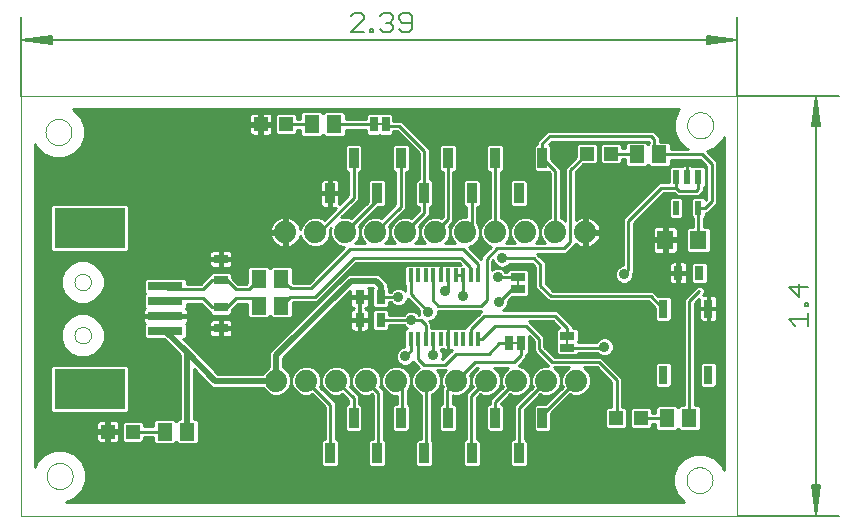
<source format=gtl>
G75*
G70*
%OFA0B0*%
%FSLAX24Y24*%
%IPPOS*%
%LPD*%
%AMOC8*
5,1,8,0,0,1.08239X$1,22.5*
%
%ADD10C,0.0000*%
%ADD11C,0.0051*%
%ADD12C,0.0060*%
%ADD13R,0.0150X0.0450*%
%ADD14R,0.0217X0.0472*%
%ADD15R,0.0551X0.0630*%
%ADD16R,0.0315X0.0472*%
%ADD17R,0.0300X0.0600*%
%ADD18C,0.0080*%
%ADD19R,0.0250X0.0500*%
%ADD20R,0.0500X0.0250*%
%ADD21R,0.0472X0.0472*%
%ADD22C,0.0740*%
%ADD23R,0.0335X0.0669*%
%ADD24R,0.2378X0.1339*%
%ADD25R,0.1181X0.0276*%
%ADD26R,0.0472X0.0315*%
%ADD27R,0.0512X0.0591*%
%ADD28C,0.0100*%
%ADD29C,0.0360*%
%ADD30C,0.0200*%
%ADD31C,0.0160*%
D10*
X001633Y001150D02*
X001633Y015146D01*
X025503Y015146D01*
X025503Y001150D01*
X001633Y001150D01*
X002480Y002470D02*
X002482Y002511D01*
X002488Y002552D01*
X002498Y002592D01*
X002511Y002631D01*
X002528Y002668D01*
X002549Y002704D01*
X002573Y002738D01*
X002600Y002769D01*
X002629Y002797D01*
X002662Y002823D01*
X002696Y002845D01*
X002733Y002864D01*
X002771Y002879D01*
X002811Y002891D01*
X002851Y002899D01*
X002892Y002903D01*
X002934Y002903D01*
X002975Y002899D01*
X003015Y002891D01*
X003055Y002879D01*
X003093Y002864D01*
X003129Y002845D01*
X003164Y002823D01*
X003197Y002797D01*
X003226Y002769D01*
X003253Y002738D01*
X003277Y002704D01*
X003298Y002668D01*
X003315Y002631D01*
X003328Y002592D01*
X003338Y002552D01*
X003344Y002511D01*
X003346Y002470D01*
X003344Y002429D01*
X003338Y002388D01*
X003328Y002348D01*
X003315Y002309D01*
X003298Y002272D01*
X003277Y002236D01*
X003253Y002202D01*
X003226Y002171D01*
X003197Y002143D01*
X003164Y002117D01*
X003130Y002095D01*
X003093Y002076D01*
X003055Y002061D01*
X003015Y002049D01*
X002975Y002041D01*
X002934Y002037D01*
X002892Y002037D01*
X002851Y002041D01*
X002811Y002049D01*
X002771Y002061D01*
X002733Y002076D01*
X002697Y002095D01*
X002662Y002117D01*
X002629Y002143D01*
X002600Y002171D01*
X002573Y002202D01*
X002549Y002236D01*
X002528Y002272D01*
X002511Y002309D01*
X002498Y002348D01*
X002488Y002388D01*
X002482Y002429D01*
X002480Y002470D01*
X003407Y007164D02*
X003409Y007197D01*
X003415Y007229D01*
X003424Y007260D01*
X003437Y007290D01*
X003454Y007318D01*
X003474Y007344D01*
X003497Y007368D01*
X003522Y007388D01*
X003550Y007406D01*
X003579Y007420D01*
X003610Y007430D01*
X003642Y007437D01*
X003675Y007440D01*
X003708Y007439D01*
X003740Y007434D01*
X003771Y007425D01*
X003802Y007413D01*
X003830Y007397D01*
X003857Y007378D01*
X003881Y007356D01*
X003902Y007331D01*
X003921Y007304D01*
X003936Y007275D01*
X003947Y007245D01*
X003955Y007213D01*
X003959Y007180D01*
X003959Y007148D01*
X003955Y007115D01*
X003947Y007083D01*
X003936Y007053D01*
X003921Y007024D01*
X003902Y006997D01*
X003881Y006972D01*
X003857Y006950D01*
X003830Y006931D01*
X003802Y006915D01*
X003771Y006903D01*
X003740Y006894D01*
X003708Y006889D01*
X003675Y006888D01*
X003642Y006891D01*
X003610Y006898D01*
X003579Y006908D01*
X003550Y006922D01*
X003522Y006940D01*
X003497Y006960D01*
X003474Y006984D01*
X003454Y007010D01*
X003437Y007038D01*
X003424Y007068D01*
X003415Y007099D01*
X003409Y007131D01*
X003407Y007164D01*
X003407Y008936D02*
X003409Y008969D01*
X003415Y009001D01*
X003424Y009032D01*
X003437Y009062D01*
X003454Y009090D01*
X003474Y009116D01*
X003497Y009140D01*
X003522Y009160D01*
X003550Y009178D01*
X003579Y009192D01*
X003610Y009202D01*
X003642Y009209D01*
X003675Y009212D01*
X003708Y009211D01*
X003740Y009206D01*
X003771Y009197D01*
X003802Y009185D01*
X003830Y009169D01*
X003857Y009150D01*
X003881Y009128D01*
X003902Y009103D01*
X003921Y009076D01*
X003936Y009047D01*
X003947Y009017D01*
X003955Y008985D01*
X003959Y008952D01*
X003959Y008920D01*
X003955Y008887D01*
X003947Y008855D01*
X003936Y008825D01*
X003921Y008796D01*
X003902Y008769D01*
X003881Y008744D01*
X003857Y008722D01*
X003830Y008703D01*
X003802Y008687D01*
X003771Y008675D01*
X003740Y008666D01*
X003708Y008661D01*
X003675Y008660D01*
X003642Y008663D01*
X003610Y008670D01*
X003579Y008680D01*
X003550Y008694D01*
X003522Y008712D01*
X003497Y008732D01*
X003474Y008756D01*
X003454Y008782D01*
X003437Y008810D01*
X003424Y008840D01*
X003415Y008871D01*
X003409Y008903D01*
X003407Y008936D01*
X002440Y013940D02*
X002442Y013981D01*
X002448Y014022D01*
X002458Y014062D01*
X002471Y014101D01*
X002488Y014138D01*
X002509Y014174D01*
X002533Y014208D01*
X002560Y014239D01*
X002589Y014267D01*
X002622Y014293D01*
X002656Y014315D01*
X002693Y014334D01*
X002731Y014349D01*
X002771Y014361D01*
X002811Y014369D01*
X002852Y014373D01*
X002894Y014373D01*
X002935Y014369D01*
X002975Y014361D01*
X003015Y014349D01*
X003053Y014334D01*
X003089Y014315D01*
X003124Y014293D01*
X003157Y014267D01*
X003186Y014239D01*
X003213Y014208D01*
X003237Y014174D01*
X003258Y014138D01*
X003275Y014101D01*
X003288Y014062D01*
X003298Y014022D01*
X003304Y013981D01*
X003306Y013940D01*
X003304Y013899D01*
X003298Y013858D01*
X003288Y013818D01*
X003275Y013779D01*
X003258Y013742D01*
X003237Y013706D01*
X003213Y013672D01*
X003186Y013641D01*
X003157Y013613D01*
X003124Y013587D01*
X003090Y013565D01*
X003053Y013546D01*
X003015Y013531D01*
X002975Y013519D01*
X002935Y013511D01*
X002894Y013507D01*
X002852Y013507D01*
X002811Y013511D01*
X002771Y013519D01*
X002731Y013531D01*
X002693Y013546D01*
X002657Y013565D01*
X002622Y013587D01*
X002589Y013613D01*
X002560Y013641D01*
X002533Y013672D01*
X002509Y013706D01*
X002488Y013742D01*
X002471Y013779D01*
X002458Y013818D01*
X002448Y013858D01*
X002442Y013899D01*
X002440Y013940D01*
X023830Y014160D02*
X023832Y014201D01*
X023838Y014242D01*
X023848Y014282D01*
X023861Y014321D01*
X023878Y014358D01*
X023899Y014394D01*
X023923Y014428D01*
X023950Y014459D01*
X023979Y014487D01*
X024012Y014513D01*
X024046Y014535D01*
X024083Y014554D01*
X024121Y014569D01*
X024161Y014581D01*
X024201Y014589D01*
X024242Y014593D01*
X024284Y014593D01*
X024325Y014589D01*
X024365Y014581D01*
X024405Y014569D01*
X024443Y014554D01*
X024479Y014535D01*
X024514Y014513D01*
X024547Y014487D01*
X024576Y014459D01*
X024603Y014428D01*
X024627Y014394D01*
X024648Y014358D01*
X024665Y014321D01*
X024678Y014282D01*
X024688Y014242D01*
X024694Y014201D01*
X024696Y014160D01*
X024694Y014119D01*
X024688Y014078D01*
X024678Y014038D01*
X024665Y013999D01*
X024648Y013962D01*
X024627Y013926D01*
X024603Y013892D01*
X024576Y013861D01*
X024547Y013833D01*
X024514Y013807D01*
X024480Y013785D01*
X024443Y013766D01*
X024405Y013751D01*
X024365Y013739D01*
X024325Y013731D01*
X024284Y013727D01*
X024242Y013727D01*
X024201Y013731D01*
X024161Y013739D01*
X024121Y013751D01*
X024083Y013766D01*
X024047Y013785D01*
X024012Y013807D01*
X023979Y013833D01*
X023950Y013861D01*
X023923Y013892D01*
X023899Y013926D01*
X023878Y013962D01*
X023861Y013999D01*
X023848Y014038D01*
X023838Y014078D01*
X023832Y014119D01*
X023830Y014160D01*
X023810Y002330D02*
X023812Y002371D01*
X023818Y002412D01*
X023828Y002452D01*
X023841Y002491D01*
X023858Y002528D01*
X023879Y002564D01*
X023903Y002598D01*
X023930Y002629D01*
X023959Y002657D01*
X023992Y002683D01*
X024026Y002705D01*
X024063Y002724D01*
X024101Y002739D01*
X024141Y002751D01*
X024181Y002759D01*
X024222Y002763D01*
X024264Y002763D01*
X024305Y002759D01*
X024345Y002751D01*
X024385Y002739D01*
X024423Y002724D01*
X024459Y002705D01*
X024494Y002683D01*
X024527Y002657D01*
X024556Y002629D01*
X024583Y002598D01*
X024607Y002564D01*
X024628Y002528D01*
X024645Y002491D01*
X024658Y002452D01*
X024668Y002412D01*
X024674Y002371D01*
X024676Y002330D01*
X024674Y002289D01*
X024668Y002248D01*
X024658Y002208D01*
X024645Y002169D01*
X024628Y002132D01*
X024607Y002096D01*
X024583Y002062D01*
X024556Y002031D01*
X024527Y002003D01*
X024494Y001977D01*
X024460Y001955D01*
X024423Y001936D01*
X024385Y001921D01*
X024345Y001909D01*
X024305Y001901D01*
X024264Y001897D01*
X024222Y001897D01*
X024181Y001901D01*
X024141Y001909D01*
X024101Y001921D01*
X024063Y001936D01*
X024027Y001955D01*
X023992Y001977D01*
X023959Y002003D01*
X023930Y002031D01*
X023903Y002062D01*
X023879Y002096D01*
X023858Y002132D01*
X023841Y002169D01*
X023828Y002208D01*
X023818Y002248D01*
X023812Y002289D01*
X023810Y002330D01*
D11*
X025503Y001150D02*
X028891Y001150D01*
X028123Y001150D02*
X028226Y002174D01*
X028249Y002174D02*
X028123Y001150D01*
X028021Y002174D01*
X027998Y002174D02*
X028249Y002174D01*
X028174Y002174D02*
X028123Y001150D01*
X028072Y002174D01*
X027998Y002174D02*
X028123Y001150D01*
X028123Y015146D01*
X028226Y014122D01*
X028249Y014122D02*
X028123Y015146D01*
X028021Y014122D01*
X027998Y014122D02*
X028249Y014122D01*
X028174Y014122D02*
X028123Y015146D01*
X028072Y014122D01*
X027998Y014122D02*
X028123Y015146D01*
X028891Y015146D02*
X025503Y015146D01*
X025503Y017778D01*
X025503Y017010D02*
X024480Y017112D01*
X024480Y017136D02*
X024480Y016884D01*
X025503Y017010D01*
X024480Y016908D01*
X024480Y016959D02*
X025503Y017010D01*
X024480Y017061D01*
X024480Y017136D02*
X025503Y017010D01*
X001633Y017010D01*
X002657Y016908D01*
X002657Y016884D02*
X001633Y017010D01*
X002657Y017112D01*
X002657Y017136D02*
X002657Y016884D01*
X002657Y016959D02*
X001633Y017010D01*
X002657Y017061D01*
X002657Y017136D02*
X001633Y017010D01*
X001633Y017778D02*
X001633Y015146D01*
D12*
X012621Y017266D02*
X013048Y017693D01*
X013048Y017800D01*
X012942Y017907D01*
X012728Y017907D01*
X012621Y017800D01*
X013266Y017373D02*
X013373Y017373D01*
X013373Y017266D01*
X013266Y017266D01*
X013266Y017373D01*
X013048Y017266D02*
X012621Y017266D01*
X013588Y017373D02*
X013695Y017266D01*
X013909Y017266D01*
X014015Y017373D01*
X014015Y017480D01*
X013909Y017586D01*
X013802Y017586D01*
X013909Y017586D02*
X014015Y017693D01*
X014015Y017800D01*
X013909Y017907D01*
X013695Y017907D01*
X013588Y017800D01*
X014233Y017800D02*
X014233Y017693D01*
X014340Y017586D01*
X014660Y017586D01*
X014660Y017373D02*
X014660Y017800D01*
X014553Y017907D01*
X014340Y017907D01*
X014233Y017800D01*
X014233Y017373D02*
X014340Y017266D01*
X014553Y017266D01*
X014660Y017373D01*
X027547Y008874D02*
X027547Y008447D01*
X027227Y008768D01*
X027867Y008768D01*
X027867Y008232D02*
X027760Y008232D01*
X027760Y008125D01*
X027867Y008125D01*
X027867Y008232D01*
X027867Y007908D02*
X027867Y007480D01*
X027867Y007694D02*
X027227Y007694D01*
X027440Y007480D01*
D13*
X016858Y007045D03*
X016608Y007045D03*
X016358Y007045D03*
X016108Y007045D03*
X015858Y007045D03*
X015608Y007045D03*
X015358Y007045D03*
X015108Y007045D03*
X014858Y007045D03*
X014608Y007045D03*
X014608Y009155D03*
X014858Y009155D03*
X015108Y009155D03*
X015358Y009155D03*
X015608Y009155D03*
X015858Y009155D03*
X016108Y009155D03*
X016358Y009155D03*
X016608Y009155D03*
X016858Y009155D03*
D14*
X023459Y011418D03*
X024207Y011418D03*
X024207Y012442D03*
X023833Y012442D03*
X023459Y012442D03*
D15*
X023102Y010340D03*
X024204Y010340D03*
D16*
X024238Y009240D03*
X023529Y009240D03*
X013618Y008440D03*
X012909Y008440D03*
X012909Y007670D03*
X013618Y007670D03*
D17*
X023033Y008050D03*
X024533Y008050D03*
X024533Y005850D03*
X023033Y005850D03*
D18*
X019833Y006800D02*
X019833Y007100D01*
X018243Y006890D02*
X017943Y006890D01*
X018183Y008750D02*
X018183Y009050D01*
X013733Y014200D02*
X013433Y014200D01*
D19*
X013383Y014200D03*
X013783Y014200D03*
X017893Y006890D03*
X018293Y006890D03*
D20*
X019833Y006750D03*
X019833Y007150D03*
X018183Y008700D03*
X018183Y009100D03*
D21*
X020480Y013220D03*
X021307Y013220D03*
X010447Y014200D03*
X009620Y014200D03*
X021470Y004400D03*
X022297Y004400D03*
X005347Y003950D03*
X004520Y003950D03*
D22*
X010133Y005650D03*
X011133Y005650D03*
X012133Y005650D03*
X013133Y005650D03*
X014133Y005650D03*
X015133Y005650D03*
X016133Y005650D03*
X017133Y005650D03*
X018133Y005650D03*
X019133Y005650D03*
X020133Y005650D03*
X020433Y010600D03*
X019433Y010600D03*
X018433Y010600D03*
X017433Y010600D03*
X016433Y010600D03*
X015433Y010600D03*
X014433Y010600D03*
X013433Y010600D03*
X012433Y010600D03*
X011433Y010600D03*
X010433Y010600D03*
D23*
X011921Y011890D03*
X013496Y011890D03*
X015070Y011890D03*
X014283Y013071D03*
X015858Y013071D03*
X016645Y011890D03*
X018220Y011890D03*
X019007Y013071D03*
X017433Y013071D03*
X012708Y013071D03*
X012708Y004410D03*
X014283Y004410D03*
X015858Y004410D03*
X017433Y004410D03*
X019007Y004410D03*
X018220Y003229D03*
X016645Y003229D03*
X015070Y003229D03*
X013496Y003229D03*
X011921Y003229D03*
D24*
X003912Y005373D03*
X003912Y010727D03*
D25*
X006439Y008788D03*
X006439Y008296D03*
X006439Y007804D03*
X006439Y007312D03*
D26*
X008283Y007396D03*
X008283Y008104D03*
X008283Y008996D03*
X008283Y009704D03*
D27*
X009559Y009050D03*
X010307Y009050D03*
X010307Y008150D03*
X009559Y008150D03*
X007157Y003950D03*
X006409Y003950D03*
X022149Y013190D03*
X022897Y013190D03*
X012057Y014200D03*
X011309Y014200D03*
X023159Y004400D03*
X023907Y004400D03*
D28*
X023903Y004404D01*
X023903Y008300D01*
X024238Y008634D01*
X024418Y008636D02*
X025053Y008636D01*
X025053Y008538D02*
X024395Y008538D01*
X024418Y008560D02*
X024418Y008709D01*
X024312Y008814D01*
X024163Y008814D01*
X023829Y008480D01*
X023723Y008375D01*
X023723Y004825D01*
X023598Y004825D01*
X023533Y004761D01*
X023469Y004825D01*
X022850Y004825D01*
X022773Y004749D01*
X022773Y004580D01*
X022663Y004580D01*
X022663Y004690D01*
X022587Y004766D01*
X022007Y004766D01*
X021930Y004690D01*
X021930Y004110D01*
X022007Y004034D01*
X022587Y004034D01*
X022663Y004110D01*
X022663Y004220D01*
X022773Y004220D01*
X022773Y004051D01*
X022850Y003975D01*
X023469Y003975D01*
X023533Y004039D01*
X023598Y003975D01*
X024217Y003975D01*
X024293Y004051D01*
X024293Y004749D01*
X024217Y004825D01*
X024083Y004825D01*
X024083Y008225D01*
X024235Y008378D01*
X024233Y008370D01*
X024233Y008075D01*
X024508Y008075D01*
X024508Y008025D01*
X024233Y008025D01*
X024233Y007730D01*
X024244Y007692D01*
X024263Y007658D01*
X024291Y007630D01*
X024325Y007610D01*
X024364Y007600D01*
X024508Y007600D01*
X024508Y008025D01*
X024558Y008025D01*
X024558Y007600D01*
X024703Y007600D01*
X024741Y007610D01*
X024775Y007630D01*
X024803Y007658D01*
X024823Y007692D01*
X024833Y007730D01*
X024833Y008025D01*
X024558Y008025D01*
X024558Y008075D01*
X024508Y008075D01*
X024508Y008500D01*
X024364Y008500D01*
X024356Y008498D01*
X024418Y008560D01*
X024508Y008439D02*
X024558Y008439D01*
X024558Y008500D02*
X024558Y008075D01*
X024833Y008075D01*
X024833Y008370D01*
X024823Y008408D01*
X024803Y008442D01*
X024775Y008470D01*
X024741Y008490D01*
X024703Y008500D01*
X024558Y008500D01*
X024558Y008341D02*
X024508Y008341D01*
X024508Y008242D02*
X024558Y008242D01*
X024558Y008144D02*
X024508Y008144D01*
X024508Y008045D02*
X024083Y008045D01*
X024083Y007947D02*
X024233Y007947D01*
X024233Y007848D02*
X024083Y007848D01*
X024083Y007750D02*
X024233Y007750D01*
X024270Y007651D02*
X024083Y007651D01*
X024083Y007553D02*
X025053Y007553D01*
X025053Y007651D02*
X024796Y007651D01*
X024833Y007750D02*
X025053Y007750D01*
X025053Y007848D02*
X024833Y007848D01*
X024833Y007947D02*
X025053Y007947D01*
X025053Y008045D02*
X024558Y008045D01*
X024558Y007947D02*
X024508Y007947D01*
X024508Y007848D02*
X024558Y007848D01*
X024558Y007750D02*
X024508Y007750D01*
X024508Y007651D02*
X024558Y007651D01*
X024083Y007454D02*
X025053Y007454D01*
X025053Y007356D02*
X024083Y007356D01*
X024083Y007257D02*
X025053Y007257D01*
X025053Y007159D02*
X024083Y007159D01*
X024083Y007060D02*
X025053Y007060D01*
X025053Y006962D02*
X024083Y006962D01*
X024083Y006863D02*
X025053Y006863D01*
X025053Y006765D02*
X024083Y006765D01*
X024083Y006666D02*
X025053Y006666D01*
X025053Y006568D02*
X024083Y006568D01*
X024083Y006469D02*
X025053Y006469D01*
X025053Y006371D02*
X024083Y006371D01*
X024083Y006272D02*
X024321Y006272D01*
X024329Y006280D02*
X024253Y006204D01*
X024253Y005496D01*
X024329Y005420D01*
X024737Y005420D01*
X024813Y005496D01*
X024813Y006204D01*
X024737Y006280D01*
X024329Y006280D01*
X024253Y006174D02*
X024083Y006174D01*
X024083Y006075D02*
X024253Y006075D01*
X024253Y005977D02*
X024083Y005977D01*
X024083Y005878D02*
X024253Y005878D01*
X024253Y005780D02*
X024083Y005780D01*
X024083Y005681D02*
X024253Y005681D01*
X024253Y005583D02*
X024083Y005583D01*
X024083Y005484D02*
X024265Y005484D01*
X024083Y005386D02*
X025053Y005386D01*
X025053Y005484D02*
X024801Y005484D01*
X024813Y005583D02*
X025053Y005583D01*
X025053Y005681D02*
X024813Y005681D01*
X024813Y005780D02*
X025053Y005780D01*
X025053Y005878D02*
X024813Y005878D01*
X024813Y005977D02*
X025053Y005977D01*
X025053Y006075D02*
X024813Y006075D01*
X024813Y006174D02*
X025053Y006174D01*
X025053Y006272D02*
X024745Y006272D01*
X023723Y006272D02*
X023245Y006272D01*
X023237Y006280D02*
X022829Y006280D01*
X022753Y006204D01*
X022753Y005496D01*
X022829Y005420D01*
X023237Y005420D01*
X023313Y005496D01*
X023313Y006204D01*
X023237Y006280D01*
X023313Y006174D02*
X023723Y006174D01*
X023723Y006075D02*
X023313Y006075D01*
X023313Y005977D02*
X023723Y005977D01*
X023723Y005878D02*
X023313Y005878D01*
X023313Y005780D02*
X023723Y005780D01*
X023723Y005681D02*
X023313Y005681D01*
X023313Y005583D02*
X023723Y005583D01*
X023723Y005484D02*
X023301Y005484D01*
X023723Y005386D02*
X021663Y005386D01*
X021663Y005484D02*
X022765Y005484D01*
X022753Y005583D02*
X021663Y005583D01*
X021663Y005681D02*
X022753Y005681D01*
X022753Y005780D02*
X021628Y005780D01*
X021663Y005745D02*
X021558Y005850D01*
X021558Y005850D01*
X020958Y006450D01*
X019408Y006450D01*
X019073Y006785D01*
X019073Y007125D01*
X018968Y007230D01*
X018568Y007630D01*
X019349Y007630D01*
X019574Y007405D01*
X019529Y007405D01*
X019453Y007329D01*
X019453Y006971D01*
X019474Y006950D01*
X019453Y006929D01*
X019453Y006571D01*
X019529Y006495D01*
X020137Y006495D01*
X020212Y006570D01*
X020845Y006570D01*
X020898Y006517D01*
X021012Y006470D01*
X021135Y006470D01*
X021249Y006517D01*
X021336Y006604D01*
X021383Y006718D01*
X021383Y006842D01*
X021336Y006956D01*
X021249Y007043D01*
X021135Y007090D01*
X021012Y007090D01*
X020898Y007043D01*
X020811Y006956D01*
X020800Y006930D01*
X020212Y006930D01*
X020192Y006950D01*
X020213Y006971D01*
X020213Y007329D01*
X020137Y007405D01*
X020013Y007405D01*
X020013Y007475D01*
X019498Y007990D01*
X017702Y007990D01*
X017719Y007997D01*
X017806Y008084D01*
X017853Y008198D01*
X017853Y008315D01*
X017983Y008445D01*
X018487Y008445D01*
X018563Y008521D01*
X018563Y008879D01*
X018542Y008900D01*
X018563Y008921D01*
X018563Y009279D01*
X018487Y009355D01*
X017879Y009355D01*
X017804Y009280D01*
X017772Y009280D01*
X017689Y009363D01*
X017575Y009410D01*
X017452Y009410D01*
X017338Y009363D01*
X017323Y009348D01*
X017323Y009645D01*
X017344Y009666D01*
X017391Y009554D01*
X017478Y009467D01*
X017592Y009420D01*
X017715Y009420D01*
X017829Y009467D01*
X017912Y009550D01*
X018649Y009550D01*
X018753Y009445D01*
X018753Y008745D01*
X018859Y008640D01*
X019209Y008290D01*
X022539Y008290D01*
X022753Y008075D01*
X022753Y007696D01*
X022829Y007620D01*
X023237Y007620D01*
X023313Y007696D01*
X023313Y008404D01*
X023237Y008480D01*
X022858Y008480D01*
X022793Y008545D01*
X022688Y008650D01*
X019358Y008650D01*
X019113Y008895D01*
X019113Y009595D01*
X018903Y009805D01*
X018828Y009880D01*
X019798Y009880D01*
X020008Y010090D01*
X020110Y010192D01*
X020161Y010155D01*
X020234Y010118D01*
X020312Y010093D01*
X020383Y010081D01*
X020383Y010550D01*
X020483Y010550D01*
X020483Y010081D01*
X020555Y010093D01*
X020633Y010118D01*
X020706Y010155D01*
X020772Y010203D01*
X020830Y010261D01*
X020878Y010327D01*
X020915Y010400D01*
X020941Y010478D01*
X020952Y010550D01*
X020483Y010550D01*
X020483Y010650D01*
X020383Y010650D01*
X020383Y011119D01*
X020312Y011107D01*
X020234Y011082D01*
X020161Y011045D01*
X020113Y011010D01*
X020113Y012599D01*
X020368Y012854D01*
X020770Y012854D01*
X020846Y012930D01*
X020846Y013510D01*
X020770Y013586D01*
X020190Y013586D01*
X020114Y013510D01*
X020114Y013108D01*
X019753Y012748D01*
X019753Y010987D01*
X019717Y011024D01*
X019613Y011067D01*
X019613Y012720D01*
X019305Y013028D01*
X019305Y013460D01*
X019231Y013533D01*
X019318Y013620D01*
X022549Y013620D01*
X022553Y013615D01*
X022553Y013581D01*
X022523Y013551D01*
X022459Y013615D01*
X021840Y013615D01*
X021763Y013539D01*
X021763Y013400D01*
X021673Y013400D01*
X021673Y013510D01*
X021597Y013586D01*
X021017Y013586D01*
X020940Y013510D01*
X020940Y012930D01*
X021017Y012854D01*
X021597Y012854D01*
X021673Y012930D01*
X021673Y013040D01*
X021763Y013040D01*
X021763Y012841D01*
X021840Y012765D01*
X022459Y012765D01*
X022523Y012829D01*
X022588Y012765D01*
X023207Y012765D01*
X023283Y012841D01*
X023283Y013010D01*
X024259Y013010D01*
X024463Y012805D01*
X024463Y011705D01*
X024446Y011687D01*
X024446Y011708D01*
X024369Y011784D01*
X024045Y011784D01*
X023969Y011708D01*
X023969Y011128D01*
X024024Y011073D01*
X024024Y010785D01*
X023875Y010785D01*
X023799Y010709D01*
X023799Y009971D01*
X023875Y009895D01*
X024534Y009895D01*
X024610Y009971D01*
X024610Y010709D01*
X024534Y010785D01*
X024384Y010785D01*
X024384Y011067D01*
X024446Y011128D01*
X024446Y011238D01*
X024506Y011238D01*
X024611Y011344D01*
X024823Y011555D01*
X024823Y012955D01*
X024718Y013060D01*
X024483Y013295D01*
X024764Y013411D01*
X025012Y013660D01*
X025053Y013760D01*
X025053Y002682D01*
X024992Y002830D01*
X024744Y003079D01*
X024419Y003213D01*
X024068Y003213D01*
X023743Y003079D01*
X023495Y002830D01*
X023360Y002506D01*
X023360Y002154D01*
X023495Y001830D01*
X023724Y001600D01*
X003121Y001600D01*
X003414Y001721D01*
X003662Y001970D01*
X003796Y002294D01*
X003796Y002646D01*
X003662Y002970D01*
X003414Y003219D01*
X003089Y003353D01*
X002738Y003353D01*
X002413Y003219D01*
X002165Y002970D01*
X002083Y002774D01*
X002083Y013540D01*
X002125Y013440D01*
X002373Y013191D01*
X002698Y013057D01*
X003049Y013057D01*
X003374Y013191D01*
X003622Y013440D01*
X003756Y013764D01*
X003756Y014116D01*
X003622Y014440D01*
X003374Y014689D01*
X003356Y014696D01*
X023551Y014696D01*
X023515Y014660D01*
X023380Y014336D01*
X023380Y013984D01*
X023515Y013660D01*
X023763Y013411D01*
X023863Y013370D01*
X023283Y013370D01*
X023283Y013539D01*
X023207Y013615D01*
X022913Y013615D01*
X022913Y013765D01*
X022808Y013870D01*
X022698Y013980D01*
X019169Y013980D01*
X019063Y013875D01*
X018933Y013744D01*
X018827Y013639D01*
X018827Y013536D01*
X018786Y013536D01*
X018710Y013460D01*
X018710Y012683D01*
X018786Y012607D01*
X019217Y012607D01*
X019253Y012571D01*
X019253Y011067D01*
X019150Y011024D01*
X019009Y010883D01*
X018933Y010699D01*
X018857Y010883D01*
X018717Y011024D01*
X018533Y011100D01*
X018334Y011100D01*
X018150Y011024D01*
X018009Y010883D01*
X017933Y010699D01*
X017857Y010883D01*
X017717Y011024D01*
X017613Y011067D01*
X017613Y012607D01*
X017654Y012607D01*
X017730Y012683D01*
X017730Y013460D01*
X017654Y013536D01*
X017211Y013536D01*
X017135Y013460D01*
X017135Y012683D01*
X017211Y012607D01*
X017253Y012607D01*
X017253Y011067D01*
X017150Y011024D01*
X017009Y010883D01*
X016933Y010699D01*
X016857Y010883D01*
X016825Y010915D01*
X016825Y011426D01*
X016866Y011426D01*
X016942Y011502D01*
X016942Y012279D01*
X016866Y012355D01*
X016424Y012355D01*
X016348Y012279D01*
X016348Y011502D01*
X016424Y011426D01*
X016465Y011426D01*
X016465Y011100D01*
X016334Y011100D01*
X016150Y011024D01*
X016009Y010883D01*
X015933Y010699D01*
X015891Y010803D01*
X015976Y010803D01*
X015932Y010844D02*
X016038Y010950D01*
X016038Y012607D01*
X016079Y012607D01*
X016155Y012683D01*
X016155Y013460D01*
X016079Y013536D01*
X015637Y013536D01*
X015560Y013460D01*
X015560Y012683D01*
X015637Y012607D01*
X015678Y012607D01*
X015678Y011099D01*
X015636Y011057D01*
X015533Y011100D01*
X015334Y011100D01*
X015150Y011024D01*
X015009Y010883D01*
X014933Y010699D01*
X014891Y010803D01*
X014976Y010803D01*
X014891Y010803D02*
X015145Y011057D01*
X015250Y011162D01*
X015250Y011426D01*
X015291Y011426D01*
X015368Y011502D01*
X015368Y012279D01*
X015291Y012355D01*
X015250Y012355D01*
X015250Y013378D01*
X014413Y014215D01*
X014308Y014320D01*
X014038Y014320D01*
X014038Y014504D01*
X013962Y014580D01*
X013604Y014580D01*
X013583Y014559D01*
X013562Y014580D01*
X013204Y014580D01*
X013128Y014504D01*
X013128Y014380D01*
X012443Y014380D01*
X012443Y014549D01*
X012367Y014625D01*
X011748Y014625D01*
X011683Y014561D01*
X011619Y014625D01*
X011000Y014625D01*
X010923Y014549D01*
X010923Y014380D01*
X010813Y014380D01*
X010813Y014490D01*
X010737Y014566D01*
X010157Y014566D01*
X010080Y014490D01*
X010080Y013910D01*
X010157Y013834D01*
X010737Y013834D01*
X010813Y013910D01*
X010813Y014020D01*
X010923Y014020D01*
X010923Y013851D01*
X011000Y013775D01*
X011619Y013775D01*
X011683Y013839D01*
X011748Y013775D01*
X012367Y013775D01*
X012443Y013851D01*
X012443Y014020D01*
X013128Y014020D01*
X013128Y013896D01*
X013204Y013820D01*
X013562Y013820D01*
X013583Y013841D01*
X013604Y013820D01*
X013962Y013820D01*
X014038Y013896D01*
X014038Y013960D01*
X014159Y013960D01*
X014890Y013228D01*
X014890Y012355D01*
X014849Y012355D01*
X014773Y012279D01*
X014773Y011502D01*
X014849Y011426D01*
X014890Y011426D01*
X014890Y011312D01*
X014636Y011057D01*
X014533Y011100D01*
X014334Y011100D01*
X014150Y011024D01*
X014009Y010883D01*
X013933Y010699D01*
X013891Y010803D01*
X013976Y010803D01*
X013891Y010803D02*
X014357Y011270D01*
X014463Y011375D01*
X014463Y012607D01*
X014504Y012607D01*
X014580Y012683D01*
X014580Y013460D01*
X014504Y013536D01*
X014062Y013536D01*
X013986Y013460D01*
X013986Y012683D01*
X014062Y012607D01*
X014103Y012607D01*
X014103Y011524D01*
X013636Y011057D01*
X013533Y011100D01*
X013334Y011100D01*
X013150Y011024D01*
X013009Y010883D01*
X012933Y010699D01*
X012891Y010803D01*
X012976Y010803D01*
X012891Y010803D02*
X013513Y011426D01*
X013717Y011426D01*
X013793Y011502D01*
X013793Y012279D01*
X013717Y012355D01*
X013274Y012355D01*
X013198Y012279D01*
X013198Y011619D01*
X012636Y011057D01*
X012533Y011100D01*
X012334Y011100D01*
X012307Y011089D01*
X012788Y011570D01*
X012893Y011675D01*
X012893Y012607D01*
X012929Y012607D01*
X013005Y012683D01*
X013005Y013460D01*
X012929Y013536D01*
X012487Y013536D01*
X012411Y013460D01*
X012411Y012683D01*
X012487Y012607D01*
X012533Y012607D01*
X012533Y011825D01*
X012236Y011527D01*
X012238Y011536D01*
X012238Y011856D01*
X011954Y011856D01*
X011954Y011406D01*
X012108Y011406D01*
X012117Y011408D01*
X011725Y011016D01*
X011717Y011024D01*
X011533Y011100D01*
X011334Y011100D01*
X011150Y011024D01*
X011009Y010883D01*
X010941Y010718D01*
X010941Y010722D01*
X010915Y010800D01*
X010878Y010873D01*
X010830Y010939D01*
X010772Y010997D01*
X010706Y011045D01*
X010633Y011082D01*
X010555Y011107D01*
X010483Y011119D01*
X010483Y010650D01*
X010383Y010650D01*
X010383Y010550D01*
X009915Y010550D01*
X009926Y010478D01*
X009951Y010400D01*
X009989Y010327D01*
X010037Y010261D01*
X010095Y010203D01*
X010161Y010155D01*
X010234Y010118D01*
X010312Y010093D01*
X010383Y010081D01*
X010383Y010550D01*
X010483Y010550D01*
X010483Y010081D01*
X010555Y010093D01*
X010633Y010118D01*
X010706Y010155D01*
X010772Y010203D01*
X010830Y010261D01*
X010878Y010327D01*
X010915Y010400D01*
X010941Y010478D01*
X010941Y010482D01*
X011009Y010317D01*
X011150Y010176D01*
X011334Y010100D01*
X011533Y010100D01*
X011717Y010176D01*
X011857Y010317D01*
X011933Y010501D01*
X011933Y010699D01*
X011929Y010711D01*
X011945Y010727D01*
X011933Y010699D01*
X011933Y010501D01*
X012009Y010317D01*
X012150Y010176D01*
X012334Y010100D01*
X012397Y010100D01*
X011217Y008920D01*
X010693Y008920D01*
X010693Y009399D01*
X010617Y009475D01*
X009998Y009475D01*
X009933Y009411D01*
X009869Y009475D01*
X009250Y009475D01*
X009173Y009399D01*
X009173Y008919D01*
X009135Y008880D01*
X008858Y008880D01*
X008668Y009070D01*
X008650Y009088D01*
X008650Y009207D01*
X008573Y009283D01*
X007993Y009283D01*
X007917Y009207D01*
X007917Y009176D01*
X007904Y009176D01*
X007799Y009070D01*
X007609Y008880D01*
X007160Y008880D01*
X007160Y008980D01*
X007084Y009056D01*
X005795Y009056D01*
X005719Y008980D01*
X005719Y008597D01*
X005773Y008542D01*
X005719Y008488D01*
X005719Y008104D01*
X005760Y008064D01*
X005757Y008062D01*
X005729Y008034D01*
X005709Y008000D01*
X005699Y007961D01*
X005699Y007823D01*
X006420Y007823D01*
X006420Y007785D01*
X005699Y007785D01*
X005699Y007646D01*
X005709Y007608D01*
X005729Y007574D01*
X005757Y007546D01*
X005760Y007544D01*
X005719Y007503D01*
X005719Y007120D01*
X005795Y007044D01*
X006382Y007044D01*
X006927Y006498D01*
X006927Y004375D01*
X006848Y004375D01*
X006783Y004311D01*
X006719Y004375D01*
X006100Y004375D01*
X006023Y004299D01*
X006023Y004130D01*
X005713Y004130D01*
X005713Y004240D01*
X005637Y004316D01*
X005057Y004316D01*
X004980Y004240D01*
X004980Y003660D01*
X005057Y003584D01*
X005637Y003584D01*
X005713Y003660D01*
X005713Y003770D01*
X006023Y003770D01*
X006023Y003601D01*
X006100Y003525D01*
X006719Y003525D01*
X006783Y003589D01*
X006848Y003525D01*
X007467Y003525D01*
X007543Y003601D01*
X007543Y004299D01*
X007467Y004375D01*
X007387Y004375D01*
X007387Y006038D01*
X008006Y005420D01*
X009687Y005420D01*
X009709Y005367D01*
X009850Y005226D01*
X010034Y005150D01*
X010233Y005150D01*
X010417Y005226D01*
X010557Y005367D01*
X010633Y005551D01*
X010633Y005749D01*
X010557Y005933D01*
X010417Y006074D01*
X010363Y006096D01*
X010363Y006405D01*
X012601Y008643D01*
X012601Y008469D01*
X012880Y008469D01*
X012880Y008411D01*
X012938Y008411D01*
X012938Y008469D01*
X013216Y008469D01*
X013216Y008696D01*
X013206Y008734D01*
X013197Y008750D01*
X013350Y008750D01*
X013330Y008730D01*
X013330Y008150D01*
X013406Y008074D01*
X013829Y008074D01*
X013905Y008150D01*
X013905Y008260D01*
X013945Y008260D01*
X014028Y008177D01*
X014142Y008130D01*
X014265Y008130D01*
X014379Y008177D01*
X014466Y008264D01*
X014512Y008376D01*
X014893Y007995D01*
X014893Y007878D01*
X014905Y007850D01*
X014892Y007850D01*
X014809Y007933D01*
X014695Y007980D01*
X014572Y007980D01*
X014458Y007933D01*
X014375Y007850D01*
X013905Y007850D01*
X013905Y007960D01*
X013829Y008036D01*
X013406Y008036D01*
X013330Y007960D01*
X013330Y007380D01*
X013406Y007304D01*
X013829Y007304D01*
X013905Y007380D01*
X013905Y007490D01*
X014375Y007490D01*
X014458Y007407D01*
X014478Y007399D01*
X014403Y007324D01*
X014403Y006770D01*
X014372Y006770D01*
X014258Y006723D01*
X014171Y006636D01*
X014123Y006522D01*
X014123Y006398D01*
X014171Y006284D01*
X014258Y006197D01*
X014372Y006150D01*
X014495Y006150D01*
X014609Y006197D01*
X014690Y006279D01*
X014784Y006185D01*
X014863Y006105D01*
X014882Y006087D01*
X014850Y006074D01*
X014709Y005933D01*
X014633Y005749D01*
X014557Y005933D01*
X014417Y006074D01*
X014233Y006150D01*
X014034Y006150D01*
X013850Y006074D01*
X013709Y005933D01*
X013633Y005749D01*
X013557Y005933D01*
X013417Y006074D01*
X013233Y006150D01*
X013034Y006150D01*
X012850Y006074D01*
X012709Y005933D01*
X012633Y005749D01*
X012557Y005933D01*
X012417Y006074D01*
X012233Y006150D01*
X012034Y006150D01*
X011850Y006074D01*
X011709Y005933D01*
X011633Y005749D01*
X011557Y005933D01*
X011417Y006074D01*
X011233Y006150D01*
X011034Y006150D01*
X010850Y006074D01*
X010709Y005933D01*
X010633Y005749D01*
X010633Y005551D01*
X010709Y005367D01*
X010850Y005226D01*
X011034Y005150D01*
X011233Y005150D01*
X011336Y005193D01*
X011753Y004775D01*
X011753Y003693D01*
X011700Y003693D01*
X011623Y003617D01*
X011623Y002840D01*
X011700Y002764D01*
X012142Y002764D01*
X012218Y002840D01*
X012218Y003617D01*
X012142Y003693D01*
X012113Y003693D01*
X012113Y004925D01*
X011591Y005447D01*
X011633Y005551D01*
X011633Y005749D01*
X011633Y005551D01*
X011709Y005367D01*
X011850Y005226D01*
X012034Y005150D01*
X012233Y005150D01*
X012336Y005193D01*
X012528Y005001D01*
X012528Y004874D01*
X012487Y004874D01*
X012411Y004798D01*
X012411Y004021D01*
X012487Y003945D01*
X012929Y003945D01*
X013005Y004021D01*
X013005Y004798D01*
X012929Y004874D01*
X012888Y004874D01*
X012888Y005150D01*
X012783Y005255D01*
X012591Y005447D01*
X012633Y005551D01*
X012633Y005749D01*
X012633Y005551D01*
X012709Y005367D01*
X012850Y005226D01*
X013034Y005150D01*
X013233Y005150D01*
X013336Y005193D01*
X013353Y005175D01*
X013353Y003693D01*
X013274Y003693D01*
X013198Y003617D01*
X013198Y002840D01*
X013274Y002764D01*
X013717Y002764D01*
X013793Y002840D01*
X013793Y003617D01*
X013717Y003693D01*
X013713Y003693D01*
X013713Y005325D01*
X013591Y005447D01*
X013633Y005551D01*
X013633Y005749D01*
X013633Y005551D01*
X013709Y005367D01*
X013850Y005226D01*
X014034Y005150D01*
X014153Y005150D01*
X014153Y004874D01*
X014062Y004874D01*
X013986Y004798D01*
X013986Y004021D01*
X014062Y003945D01*
X014504Y003945D01*
X014580Y004021D01*
X014580Y004798D01*
X014513Y004865D01*
X014513Y005323D01*
X014557Y005367D01*
X014633Y005551D01*
X014633Y005749D01*
X014633Y005551D01*
X014709Y005367D01*
X014850Y005226D01*
X014953Y005183D01*
X014953Y003693D01*
X014849Y003693D01*
X014773Y003617D01*
X014773Y002840D01*
X014849Y002764D01*
X015291Y002764D01*
X015368Y002840D01*
X015368Y003617D01*
X015313Y003672D01*
X015313Y005183D01*
X015417Y005226D01*
X015557Y005367D01*
X015633Y005551D01*
X015633Y005749D01*
X015557Y005933D01*
X015490Y006000D01*
X015776Y006000D01*
X015709Y005933D01*
X015633Y005749D01*
X015633Y005551D01*
X015676Y005447D01*
X015653Y005425D01*
X015653Y004874D01*
X015637Y004874D01*
X015560Y004798D01*
X015560Y004021D01*
X015637Y003945D01*
X016079Y003945D01*
X016155Y004021D01*
X016155Y004798D01*
X016079Y004874D01*
X016013Y004874D01*
X016013Y005159D01*
X016034Y005150D01*
X016233Y005150D01*
X016417Y005226D01*
X016557Y005367D01*
X016633Y005551D01*
X016633Y005749D01*
X016591Y005853D01*
X016818Y006080D01*
X016865Y006080D01*
X016850Y006074D01*
X016709Y005933D01*
X016633Y005749D01*
X016633Y005551D01*
X016676Y005447D01*
X016453Y005225D01*
X016453Y003693D01*
X016424Y003693D01*
X016348Y003617D01*
X016348Y002840D01*
X016424Y002764D01*
X016866Y002764D01*
X016942Y002840D01*
X016942Y003617D01*
X016866Y003693D01*
X016813Y003693D01*
X016813Y005075D01*
X016931Y005193D01*
X017034Y005150D01*
X017233Y005150D01*
X017417Y005226D01*
X017557Y005367D01*
X017633Y005551D01*
X017633Y005749D01*
X017557Y005933D01*
X017417Y006074D01*
X017402Y006080D01*
X017865Y006080D01*
X017850Y006074D01*
X017709Y005933D01*
X017633Y005749D01*
X017633Y005551D01*
X017676Y005447D01*
X017253Y005025D01*
X017253Y004874D01*
X017211Y004874D01*
X017135Y004798D01*
X017135Y004021D01*
X017211Y003945D01*
X017654Y003945D01*
X017730Y004021D01*
X017730Y004798D01*
X017654Y004874D01*
X017613Y004874D01*
X017613Y004875D01*
X017931Y005193D01*
X018034Y005150D01*
X018233Y005150D01*
X018417Y005226D01*
X018557Y005367D01*
X018633Y005551D01*
X018633Y005749D01*
X018557Y005933D01*
X018417Y006074D01*
X018233Y006150D01*
X018208Y006150D01*
X018368Y006310D01*
X018473Y006415D01*
X018473Y006511D01*
X018548Y006586D01*
X018548Y007140D01*
X018713Y006975D01*
X018713Y006635D01*
X019199Y006150D01*
X019034Y006150D01*
X018850Y006074D01*
X018709Y005933D01*
X018633Y005749D01*
X018633Y005551D01*
X018676Y005447D01*
X018053Y004825D01*
X018053Y003693D01*
X017999Y003693D01*
X017923Y003617D01*
X017923Y002840D01*
X017999Y002764D01*
X018441Y002764D01*
X018517Y002840D01*
X018517Y003617D01*
X018441Y003693D01*
X018413Y003693D01*
X018413Y004675D01*
X018931Y005193D01*
X019034Y005150D01*
X019233Y005150D01*
X019417Y005226D01*
X019557Y005367D01*
X019633Y005551D01*
X019633Y005749D01*
X019557Y005933D01*
X019417Y006074D01*
X019378Y006090D01*
X019889Y006090D01*
X019850Y006074D01*
X019709Y005933D01*
X019633Y005749D01*
X019633Y005551D01*
X019676Y005447D01*
X019103Y004874D01*
X018786Y004874D01*
X018710Y004798D01*
X018710Y004021D01*
X018786Y003945D01*
X019228Y003945D01*
X019305Y004021D01*
X019305Y004567D01*
X019931Y005193D01*
X020034Y005150D01*
X020233Y005150D01*
X020417Y005226D01*
X020557Y005367D01*
X020633Y005551D01*
X020633Y005749D01*
X020557Y005933D01*
X020417Y006074D01*
X020378Y006090D01*
X020809Y006090D01*
X021303Y005595D01*
X021303Y004766D01*
X021180Y004766D01*
X021104Y004690D01*
X021104Y004110D01*
X021180Y004034D01*
X021760Y004034D01*
X021836Y004110D01*
X021836Y004690D01*
X021760Y004766D01*
X021663Y004766D01*
X021663Y005745D01*
X021530Y005878D02*
X022753Y005878D01*
X022753Y005977D02*
X021431Y005977D01*
X021333Y006075D02*
X022753Y006075D01*
X022753Y006174D02*
X021234Y006174D01*
X021136Y006272D02*
X022821Y006272D01*
X023723Y006371D02*
X021037Y006371D01*
X020883Y006270D02*
X021483Y005670D01*
X021483Y004413D01*
X021470Y004400D01*
X021104Y004401D02*
X019305Y004401D01*
X019305Y004499D02*
X021104Y004499D01*
X021104Y004598D02*
X019335Y004598D01*
X019434Y004696D02*
X021110Y004696D01*
X021303Y004795D02*
X019532Y004795D01*
X019631Y004893D02*
X021303Y004893D01*
X021303Y004992D02*
X019729Y004992D01*
X019828Y005090D02*
X021303Y005090D01*
X021303Y005189D02*
X020326Y005189D01*
X020477Y005287D02*
X021303Y005287D01*
X021303Y005386D02*
X020565Y005386D01*
X020606Y005484D02*
X021303Y005484D01*
X021303Y005583D02*
X020633Y005583D01*
X020633Y005681D02*
X021218Y005681D01*
X021119Y005780D02*
X020621Y005780D01*
X020580Y005878D02*
X021021Y005878D01*
X020922Y005977D02*
X020514Y005977D01*
X020414Y006075D02*
X020824Y006075D01*
X020883Y006270D02*
X019333Y006270D01*
X018893Y006710D01*
X018893Y007050D01*
X018473Y007470D01*
X017413Y007470D01*
X016988Y007045D01*
X016858Y007045D01*
X016613Y007050D02*
X016608Y007045D01*
X016613Y007050D02*
X016613Y007360D01*
X017063Y007810D01*
X019423Y007810D01*
X019833Y007400D01*
X019833Y007150D01*
X020013Y007454D02*
X023723Y007454D01*
X023723Y007356D02*
X020187Y007356D01*
X020213Y007257D02*
X023723Y007257D01*
X023723Y007159D02*
X020213Y007159D01*
X020213Y007060D02*
X020939Y007060D01*
X020816Y006962D02*
X020204Y006962D01*
X019833Y006750D02*
X021043Y006750D01*
X021073Y006780D01*
X021362Y006666D02*
X023723Y006666D01*
X023723Y006568D02*
X021299Y006568D01*
X021383Y006765D02*
X023723Y006765D01*
X023723Y006863D02*
X021374Y006863D01*
X021330Y006962D02*
X023723Y006962D01*
X023723Y007060D02*
X021207Y007060D01*
X020847Y006568D02*
X020210Y006568D01*
X019853Y006075D02*
X019414Y006075D01*
X019514Y005977D02*
X019753Y005977D01*
X019687Y005878D02*
X019580Y005878D01*
X019621Y005780D02*
X019646Y005780D01*
X019633Y005681D02*
X019633Y005681D01*
X019633Y005583D02*
X019633Y005583D01*
X019606Y005484D02*
X019661Y005484D01*
X019614Y005386D02*
X019565Y005386D01*
X019516Y005287D02*
X019477Y005287D01*
X019417Y005189D02*
X019326Y005189D01*
X019319Y005090D02*
X018828Y005090D01*
X018926Y005189D02*
X018941Y005189D01*
X018729Y004992D02*
X019220Y004992D01*
X019122Y004893D02*
X018631Y004893D01*
X018710Y004795D02*
X018532Y004795D01*
X018434Y004696D02*
X018710Y004696D01*
X018710Y004598D02*
X018413Y004598D01*
X018413Y004499D02*
X018710Y004499D01*
X018710Y004401D02*
X018413Y004401D01*
X018413Y004302D02*
X018710Y004302D01*
X018710Y004204D02*
X018413Y004204D01*
X018413Y004105D02*
X018710Y004105D01*
X018725Y004007D02*
X018413Y004007D01*
X018413Y003908D02*
X025053Y003908D01*
X025053Y003810D02*
X018413Y003810D01*
X018413Y003711D02*
X025053Y003711D01*
X025053Y003613D02*
X018517Y003613D01*
X018517Y003514D02*
X025053Y003514D01*
X025053Y003416D02*
X018517Y003416D01*
X018517Y003317D02*
X025053Y003317D01*
X025053Y003219D02*
X018517Y003219D01*
X018517Y003120D02*
X023843Y003120D01*
X023686Y003022D02*
X018517Y003022D01*
X018517Y002923D02*
X023587Y002923D01*
X023492Y002825D02*
X018502Y002825D01*
X018233Y003250D02*
X018233Y004750D01*
X019133Y005650D01*
X018661Y005484D02*
X018606Y005484D01*
X018614Y005386D02*
X018565Y005386D01*
X018516Y005287D02*
X018477Y005287D01*
X018417Y005189D02*
X018326Y005189D01*
X018319Y005090D02*
X017828Y005090D01*
X017926Y005189D02*
X017941Y005189D01*
X017729Y004992D02*
X018220Y004992D01*
X018122Y004893D02*
X017631Y004893D01*
X017730Y004795D02*
X018053Y004795D01*
X018053Y004696D02*
X017730Y004696D01*
X017730Y004598D02*
X018053Y004598D01*
X018053Y004499D02*
X017730Y004499D01*
X017730Y004401D02*
X018053Y004401D01*
X018053Y004302D02*
X017730Y004302D01*
X017730Y004204D02*
X018053Y004204D01*
X018053Y004105D02*
X017730Y004105D01*
X017715Y004007D02*
X018053Y004007D01*
X018053Y003908D02*
X016813Y003908D01*
X016813Y003810D02*
X018053Y003810D01*
X018053Y003711D02*
X016813Y003711D01*
X016942Y003613D02*
X017923Y003613D01*
X017923Y003514D02*
X016942Y003514D01*
X016942Y003416D02*
X017923Y003416D01*
X017923Y003317D02*
X016942Y003317D01*
X016942Y003219D02*
X017923Y003219D01*
X017923Y003120D02*
X016942Y003120D01*
X016942Y003022D02*
X017923Y003022D01*
X017923Y002923D02*
X016942Y002923D01*
X016927Y002825D02*
X017938Y002825D01*
X016633Y003250D02*
X016633Y005150D01*
X017133Y005650D01*
X017606Y005484D02*
X017661Y005484D01*
X017633Y005583D02*
X017633Y005583D01*
X017633Y005681D02*
X017633Y005681D01*
X017621Y005780D02*
X017646Y005780D01*
X017687Y005878D02*
X017580Y005878D01*
X017514Y005977D02*
X017753Y005977D01*
X017853Y006075D02*
X017414Y006075D01*
X017223Y006550D02*
X016113Y006550D01*
X015743Y006180D01*
X015043Y006180D01*
X014858Y006365D01*
X014858Y007045D01*
X014853Y007040D01*
X014853Y006770D01*
X014608Y006635D02*
X014433Y006460D01*
X014608Y006635D02*
X014608Y007045D01*
X014403Y007060D02*
X011019Y007060D01*
X011117Y007159D02*
X014403Y007159D01*
X014403Y007257D02*
X011216Y007257D01*
X011314Y007356D02*
X012623Y007356D01*
X012631Y007342D02*
X012659Y007314D01*
X012694Y007294D01*
X012732Y007284D01*
X012880Y007284D01*
X012880Y007641D01*
X012938Y007641D01*
X012938Y007699D01*
X013216Y007699D01*
X013216Y007926D01*
X013206Y007964D01*
X013186Y007998D01*
X013159Y008026D01*
X013124Y008046D01*
X013091Y008055D01*
X013124Y008064D01*
X013159Y008084D01*
X013186Y008112D01*
X013206Y008146D01*
X013216Y008184D01*
X013216Y008411D01*
X012938Y008411D01*
X012938Y007699D01*
X012880Y007699D01*
X012880Y008056D01*
X012880Y008411D01*
X012601Y008411D01*
X012601Y008184D01*
X012612Y008146D01*
X012631Y008112D01*
X012659Y008084D01*
X012694Y008064D01*
X012727Y008055D01*
X012694Y008046D01*
X012659Y008026D01*
X012631Y007998D01*
X012612Y007964D01*
X012601Y007926D01*
X012601Y007699D01*
X012880Y007699D01*
X012880Y007641D01*
X012601Y007641D01*
X012601Y007414D01*
X012612Y007376D01*
X012631Y007342D01*
X012601Y007454D02*
X011413Y007454D01*
X011511Y007553D02*
X012601Y007553D01*
X012601Y007750D02*
X011708Y007750D01*
X011807Y007848D02*
X012601Y007848D01*
X012607Y007947D02*
X011905Y007947D01*
X012004Y008045D02*
X012692Y008045D01*
X012613Y008144D02*
X012102Y008144D01*
X012201Y008242D02*
X012601Y008242D01*
X012601Y008341D02*
X012299Y008341D01*
X012398Y008439D02*
X012880Y008439D01*
X012938Y008439D02*
X013330Y008439D01*
X013330Y008341D02*
X013216Y008341D01*
X013216Y008242D02*
X013330Y008242D01*
X013337Y008144D02*
X013205Y008144D01*
X013126Y008045D02*
X014844Y008045D01*
X014893Y007947D02*
X014776Y007947D01*
X014745Y008144D02*
X014298Y008144D01*
X014444Y008242D02*
X014647Y008242D01*
X014548Y008341D02*
X014498Y008341D01*
X014608Y008535D02*
X015203Y007940D01*
X015513Y007947D02*
X016945Y007947D01*
X016969Y007970D02*
X016883Y007885D01*
X016883Y007885D01*
X016539Y007540D01*
X016433Y007435D01*
X016433Y007400D01*
X016008Y007400D01*
X015991Y007410D01*
X015953Y007420D01*
X015858Y007420D01*
X015764Y007420D01*
X015725Y007410D01*
X015708Y007400D01*
X015293Y007400D01*
X015293Y007575D01*
X015238Y007630D01*
X015265Y007630D01*
X015379Y007677D01*
X015466Y007764D01*
X015513Y007878D01*
X015513Y007970D01*
X016969Y007970D01*
X016847Y007848D02*
X015501Y007848D01*
X015451Y007750D02*
X016748Y007750D01*
X016650Y007651D02*
X015316Y007651D01*
X015293Y007553D02*
X016551Y007553D01*
X016453Y007454D02*
X015293Y007454D01*
X015113Y007500D02*
X014943Y007670D01*
X014633Y007670D01*
X013618Y007670D01*
X013330Y007651D02*
X012938Y007651D01*
X012938Y007641D02*
X013216Y007641D01*
X013216Y007414D01*
X013206Y007376D01*
X013186Y007342D01*
X013159Y007314D01*
X013124Y007294D01*
X013086Y007284D01*
X012938Y007284D01*
X012938Y007641D01*
X012880Y007651D02*
X011610Y007651D01*
X011255Y007947D02*
X010693Y007947D01*
X010693Y008045D02*
X011353Y008045D01*
X011452Y008144D02*
X010693Y008144D01*
X010693Y008242D02*
X011550Y008242D01*
X011490Y008260D02*
X012800Y009570D01*
X016219Y009570D01*
X016279Y009510D01*
X015758Y009510D01*
X015741Y009520D01*
X015703Y009530D01*
X015608Y009530D01*
X015514Y009530D01*
X015475Y009520D01*
X015458Y009510D01*
X014479Y009510D01*
X014403Y009434D01*
X014403Y008876D01*
X014428Y008851D01*
X014428Y008653D01*
X014379Y008703D01*
X014265Y008750D01*
X014142Y008750D01*
X014028Y008703D01*
X013945Y008620D01*
X013905Y008620D01*
X013905Y008730D01*
X013853Y008782D01*
X013853Y008915D01*
X013719Y009050D01*
X013719Y009050D01*
X013559Y009210D01*
X012518Y009210D01*
X009903Y006595D01*
X009903Y006096D01*
X009850Y006074D01*
X009709Y005933D01*
X009687Y005880D01*
X008196Y005880D01*
X007253Y006824D01*
X007032Y007044D01*
X007084Y007044D01*
X007160Y007120D01*
X007160Y007503D01*
X007119Y007544D01*
X007122Y007546D01*
X007150Y007574D01*
X007170Y007608D01*
X007180Y007646D01*
X007180Y007785D01*
X006458Y007785D01*
X006458Y007823D01*
X007180Y007823D01*
X007180Y007961D01*
X007170Y008000D01*
X007150Y008034D01*
X007122Y008062D01*
X007119Y008064D01*
X007160Y008104D01*
X007160Y008220D01*
X007609Y008220D01*
X007799Y008030D01*
X007904Y007924D01*
X007917Y007924D01*
X007917Y007893D01*
X007993Y007817D01*
X008573Y007817D01*
X008650Y007893D01*
X008650Y008012D01*
X008668Y008030D01*
X008858Y008220D01*
X009173Y008220D01*
X009173Y007801D01*
X009250Y007725D01*
X009869Y007725D01*
X009933Y007789D01*
X009998Y007725D01*
X010617Y007725D01*
X010693Y007801D01*
X010693Y008260D01*
X011490Y008260D01*
X011571Y008341D02*
X011649Y008341D01*
X011669Y008439D02*
X011747Y008439D01*
X011768Y008538D02*
X011846Y008538D01*
X011866Y008636D02*
X011944Y008636D01*
X011965Y008735D02*
X012043Y008735D01*
X012063Y008833D02*
X012141Y008833D01*
X012162Y008932D02*
X012240Y008932D01*
X012260Y009030D02*
X012338Y009030D01*
X012359Y009129D02*
X012437Y009129D01*
X012457Y009227D02*
X014403Y009227D01*
X014403Y009129D02*
X013640Y009129D01*
X013739Y009030D02*
X014403Y009030D01*
X014403Y008932D02*
X013837Y008932D01*
X013853Y008833D02*
X014428Y008833D01*
X014428Y008735D02*
X014302Y008735D01*
X014104Y008735D02*
X013901Y008735D01*
X013905Y008636D02*
X013961Y008636D01*
X014203Y008440D02*
X013618Y008440D01*
X013330Y008538D02*
X013216Y008538D01*
X013216Y008636D02*
X013330Y008636D01*
X013335Y008735D02*
X013206Y008735D01*
X012938Y008341D02*
X012880Y008341D01*
X012880Y008242D02*
X012938Y008242D01*
X012938Y008144D02*
X012880Y008144D01*
X012880Y008045D02*
X012938Y008045D01*
X012938Y007947D02*
X012880Y007947D01*
X012880Y007848D02*
X012938Y007848D01*
X012938Y007750D02*
X012880Y007750D01*
X012880Y007553D02*
X012938Y007553D01*
X012938Y007454D02*
X012880Y007454D01*
X012880Y007356D02*
X012938Y007356D01*
X013194Y007356D02*
X013355Y007356D01*
X013330Y007454D02*
X013216Y007454D01*
X013216Y007553D02*
X013330Y007553D01*
X013330Y007750D02*
X013216Y007750D01*
X013216Y007848D02*
X013330Y007848D01*
X013330Y007947D02*
X013211Y007947D01*
X013905Y007947D02*
X014491Y007947D01*
X014109Y008144D02*
X013899Y008144D01*
X013905Y008242D02*
X013963Y008242D01*
X014608Y008535D02*
X014608Y009155D01*
X014403Y009326D02*
X012556Y009326D01*
X012654Y009424D02*
X014403Y009424D01*
X014383Y009420D02*
X014473Y009510D01*
X015553Y009510D01*
X015608Y009455D01*
X015608Y009155D01*
X015608Y009530D01*
X015608Y009155D01*
X015608Y009155D01*
X015608Y009227D02*
X015608Y009227D01*
X015608Y009326D02*
X015608Y009326D01*
X015608Y009424D02*
X015608Y009424D01*
X015608Y009523D02*
X015608Y009523D01*
X015486Y009523D02*
X012753Y009523D01*
X012725Y009750D02*
X016293Y009750D01*
X016603Y009440D01*
X016603Y009160D01*
X016608Y009155D01*
X016853Y009160D02*
X016858Y009155D01*
X016853Y009160D02*
X016853Y009550D01*
X016353Y010050D01*
X012601Y010050D01*
X011291Y008740D01*
X010617Y008740D01*
X010307Y009050D01*
X010693Y009030D02*
X011327Y009030D01*
X011425Y009129D02*
X010693Y009129D01*
X010693Y009227D02*
X011524Y009227D01*
X011622Y009326D02*
X010693Y009326D01*
X010668Y009424D02*
X011721Y009424D01*
X011819Y009523D02*
X008668Y009523D01*
X008670Y009527D02*
X008670Y009676D01*
X008312Y009676D01*
X008312Y009733D01*
X008670Y009733D01*
X008670Y009882D01*
X008659Y009920D01*
X008640Y009954D01*
X008612Y009982D01*
X008577Y010002D01*
X008539Y010012D01*
X008312Y010012D01*
X008312Y009733D01*
X008255Y009733D01*
X008255Y010012D01*
X008027Y010012D01*
X007989Y010002D01*
X007955Y009982D01*
X007927Y009954D01*
X007907Y009920D01*
X007897Y009882D01*
X007897Y009733D01*
X008255Y009733D01*
X008255Y009676D01*
X008312Y009676D01*
X008312Y009397D01*
X008539Y009397D01*
X008577Y009407D01*
X008612Y009427D01*
X008640Y009455D01*
X008659Y009489D01*
X008670Y009527D01*
X008670Y009621D02*
X011918Y009621D01*
X012016Y009720D02*
X008312Y009720D01*
X008255Y009720D02*
X002083Y009720D01*
X002083Y009818D02*
X007897Y009818D01*
X007906Y009917D02*
X002083Y009917D01*
X002083Y010015D02*
X002593Y010015D01*
X002593Y010004D02*
X002669Y009928D01*
X005154Y009928D01*
X005231Y010004D01*
X005231Y011450D01*
X005154Y011526D01*
X002669Y011526D01*
X002593Y011450D01*
X002593Y010004D01*
X002593Y010114D02*
X002083Y010114D01*
X002083Y010212D02*
X002593Y010212D01*
X002593Y010311D02*
X002083Y010311D01*
X002083Y010409D02*
X002593Y010409D01*
X002593Y010508D02*
X002083Y010508D01*
X002083Y010606D02*
X002593Y010606D01*
X002593Y010705D02*
X002083Y010705D01*
X002083Y010803D02*
X002593Y010803D01*
X002593Y010902D02*
X002083Y010902D01*
X002083Y011000D02*
X002593Y011000D01*
X002593Y011099D02*
X002083Y011099D01*
X002083Y011197D02*
X002593Y011197D01*
X002593Y011296D02*
X002083Y011296D01*
X002083Y011394D02*
X002593Y011394D01*
X002635Y011493D02*
X002083Y011493D01*
X002083Y011591D02*
X011603Y011591D01*
X011603Y011536D02*
X011614Y011498D01*
X011633Y011463D01*
X011661Y011435D01*
X011695Y011416D01*
X011734Y011406D01*
X011887Y011406D01*
X011887Y011856D01*
X011954Y011856D01*
X011954Y011924D01*
X011887Y011924D01*
X011887Y012375D01*
X011734Y012375D01*
X011695Y012365D01*
X011661Y012345D01*
X011633Y012317D01*
X011614Y012283D01*
X011603Y012245D01*
X011603Y011924D01*
X011887Y011924D01*
X011887Y011856D01*
X011603Y011856D01*
X011603Y011536D01*
X011617Y011493D02*
X005188Y011493D01*
X005231Y011394D02*
X012103Y011394D01*
X012004Y011296D02*
X005231Y011296D01*
X005231Y011197D02*
X011906Y011197D01*
X011807Y011099D02*
X011536Y011099D01*
X011330Y011099D02*
X010582Y011099D01*
X010483Y011099D02*
X010383Y011099D01*
X010383Y011119D02*
X010312Y011107D01*
X010234Y011082D01*
X010161Y011045D01*
X010095Y010997D01*
X010037Y010939D01*
X009989Y010873D01*
X009951Y010800D01*
X009926Y010722D01*
X009915Y010650D01*
X010383Y010650D01*
X010383Y011119D01*
X010285Y011099D02*
X005231Y011099D01*
X005231Y011000D02*
X010099Y011000D01*
X010010Y010902D02*
X005231Y010902D01*
X005231Y010803D02*
X009953Y010803D01*
X009923Y010705D02*
X005231Y010705D01*
X005231Y010606D02*
X010383Y010606D01*
X010383Y010508D02*
X010483Y010508D01*
X010483Y010409D02*
X010383Y010409D01*
X010383Y010311D02*
X010483Y010311D01*
X010483Y010212D02*
X010383Y010212D01*
X010383Y010114D02*
X010483Y010114D01*
X010619Y010114D02*
X011301Y010114D01*
X011114Y010212D02*
X010781Y010212D01*
X010866Y010311D02*
X011016Y010311D01*
X010971Y010409D02*
X010918Y010409D01*
X010483Y010705D02*
X010383Y010705D01*
X010383Y010803D02*
X010483Y010803D01*
X010483Y010902D02*
X010383Y010902D01*
X010383Y011000D02*
X010483Y011000D01*
X010767Y011000D02*
X011126Y011000D01*
X011028Y010902D02*
X010857Y010902D01*
X010913Y010803D02*
X010976Y010803D01*
X011433Y010600D02*
X011563Y010600D01*
X012713Y011750D01*
X012713Y013066D01*
X012708Y013071D01*
X012411Y013069D02*
X003077Y013069D01*
X003315Y013167D02*
X012411Y013167D01*
X012411Y013266D02*
X003448Y013266D01*
X003546Y013364D02*
X012411Y013364D01*
X012414Y013463D02*
X003631Y013463D01*
X003672Y013561D02*
X014558Y013561D01*
X014577Y013463D02*
X014656Y013463D01*
X014580Y013364D02*
X014755Y013364D01*
X014853Y013266D02*
X014580Y013266D01*
X014580Y013167D02*
X014890Y013167D01*
X014890Y013069D02*
X014580Y013069D01*
X014580Y012970D02*
X014890Y012970D01*
X014890Y012872D02*
X014580Y012872D01*
X014580Y012773D02*
X014890Y012773D01*
X014890Y012675D02*
X014572Y012675D01*
X014463Y012576D02*
X014890Y012576D01*
X014890Y012478D02*
X014463Y012478D01*
X014463Y012379D02*
X014890Y012379D01*
X014775Y012281D02*
X014463Y012281D01*
X014463Y012182D02*
X014773Y012182D01*
X014773Y012084D02*
X014463Y012084D01*
X014463Y011985D02*
X014773Y011985D01*
X014773Y011887D02*
X014463Y011887D01*
X014463Y011788D02*
X014773Y011788D01*
X014773Y011690D02*
X014463Y011690D01*
X014463Y011591D02*
X014773Y011591D01*
X014782Y011493D02*
X014463Y011493D01*
X014463Y011394D02*
X014890Y011394D01*
X014874Y011296D02*
X014383Y011296D01*
X014285Y011197D02*
X014776Y011197D01*
X014677Y011099D02*
X014536Y011099D01*
X014330Y011099D02*
X014186Y011099D01*
X014126Y011000D02*
X014088Y011000D01*
X014028Y010902D02*
X013989Y010902D01*
X013935Y010705D02*
X013931Y010705D01*
X013933Y010699D02*
X013933Y010501D01*
X013857Y010317D01*
X013770Y010230D01*
X014096Y010230D01*
X014009Y010317D01*
X013933Y010501D01*
X013933Y010699D01*
X013933Y010606D02*
X013933Y010606D01*
X013933Y010508D02*
X013933Y010508D01*
X013895Y010409D02*
X013971Y010409D01*
X014016Y010311D02*
X013851Y010311D01*
X013433Y010600D02*
X014283Y011450D01*
X014283Y013071D01*
X013986Y013069D02*
X013005Y013069D01*
X013005Y013167D02*
X013986Y013167D01*
X013986Y013266D02*
X013005Y013266D01*
X013005Y013364D02*
X013986Y013364D01*
X013988Y013463D02*
X013003Y013463D01*
X013168Y013857D02*
X012443Y013857D01*
X012443Y013955D02*
X013128Y013955D01*
X013383Y014200D02*
X012057Y014200D01*
X012443Y014448D02*
X013128Y014448D01*
X013170Y014546D02*
X012443Y014546D01*
X011309Y014200D02*
X010447Y014200D01*
X010813Y013955D02*
X010923Y013955D01*
X010923Y013857D02*
X010760Y013857D01*
X010134Y013857D02*
X009961Y013857D01*
X009948Y013844D02*
X009976Y013872D01*
X009996Y013906D01*
X010006Y013944D01*
X010006Y014150D01*
X009670Y014150D01*
X009670Y014250D01*
X010006Y014250D01*
X010006Y014456D01*
X009996Y014494D01*
X009976Y014528D01*
X009948Y014556D01*
X009914Y014576D01*
X009876Y014586D01*
X009670Y014586D01*
X009670Y014250D01*
X009570Y014250D01*
X009570Y014586D01*
X009364Y014586D01*
X009326Y014576D01*
X009292Y014556D01*
X009264Y014528D01*
X009244Y014494D01*
X009234Y014456D01*
X009234Y014250D01*
X009570Y014250D01*
X009570Y014150D01*
X009670Y014150D01*
X009670Y013814D01*
X009876Y013814D01*
X009914Y013824D01*
X009948Y013844D01*
X010006Y013955D02*
X010080Y013955D01*
X010080Y014054D02*
X010006Y014054D01*
X010080Y014152D02*
X009670Y014152D01*
X009670Y014054D02*
X009570Y014054D01*
X009570Y014150D02*
X009570Y013814D01*
X009364Y013814D01*
X009326Y013824D01*
X009292Y013844D01*
X009264Y013872D01*
X009244Y013906D01*
X009234Y013944D01*
X009234Y014150D01*
X009570Y014150D01*
X009570Y014152D02*
X003741Y014152D01*
X003756Y014054D02*
X009234Y014054D01*
X009234Y013955D02*
X003756Y013955D01*
X003756Y013857D02*
X009279Y013857D01*
X009570Y013857D02*
X009670Y013857D01*
X009670Y013955D02*
X009570Y013955D01*
X009570Y014251D02*
X009670Y014251D01*
X009670Y014349D02*
X009570Y014349D01*
X009570Y014448D02*
X009670Y014448D01*
X009670Y014546D02*
X009570Y014546D01*
X009281Y014546D02*
X003516Y014546D01*
X003418Y014645D02*
X023508Y014645D01*
X023467Y014546D02*
X013996Y014546D01*
X014038Y014448D02*
X023427Y014448D01*
X023386Y014349D02*
X014038Y014349D01*
X013843Y014140D02*
X013783Y014200D01*
X013843Y014140D02*
X014233Y014140D01*
X015070Y013303D01*
X015070Y011890D01*
X015070Y011237D01*
X014433Y010600D01*
X014895Y010409D02*
X014971Y010409D01*
X014933Y010501D02*
X015009Y010317D01*
X015096Y010230D01*
X014770Y010230D01*
X014857Y010317D01*
X014933Y010501D01*
X014933Y010699D01*
X014933Y010501D01*
X014933Y010508D02*
X014933Y010508D01*
X014933Y010606D02*
X014933Y010606D01*
X014931Y010705D02*
X014935Y010705D01*
X014989Y010902D02*
X015028Y010902D01*
X015088Y011000D02*
X015126Y011000D01*
X015186Y011099D02*
X015330Y011099D01*
X015250Y011197D02*
X015678Y011197D01*
X015677Y011099D02*
X015536Y011099D01*
X015678Y011296D02*
X015250Y011296D01*
X015250Y011394D02*
X015678Y011394D01*
X015678Y011493D02*
X015358Y011493D01*
X015368Y011591D02*
X015678Y011591D01*
X015678Y011690D02*
X015368Y011690D01*
X015368Y011788D02*
X015678Y011788D01*
X015678Y011887D02*
X015368Y011887D01*
X015368Y011985D02*
X015678Y011985D01*
X015678Y012084D02*
X015368Y012084D01*
X015368Y012182D02*
X015678Y012182D01*
X015678Y012281D02*
X015366Y012281D01*
X015250Y012379D02*
X015678Y012379D01*
X015678Y012478D02*
X015250Y012478D01*
X015250Y012576D02*
X015678Y012576D01*
X015569Y012675D02*
X015250Y012675D01*
X015250Y012773D02*
X015560Y012773D01*
X015560Y012872D02*
X015250Y012872D01*
X015250Y012970D02*
X015560Y012970D01*
X015560Y013069D02*
X015250Y013069D01*
X015250Y013167D02*
X015560Y013167D01*
X015560Y013266D02*
X015250Y013266D01*
X015250Y013364D02*
X015560Y013364D01*
X015563Y013463D02*
X015165Y013463D01*
X015067Y013561D02*
X018827Y013561D01*
X018848Y013660D02*
X014968Y013660D01*
X014870Y013758D02*
X018947Y013758D01*
X019045Y013857D02*
X014771Y013857D01*
X014673Y013955D02*
X019144Y013955D01*
X019243Y013800D02*
X022623Y013800D01*
X022733Y013690D01*
X022733Y013354D01*
X022897Y013190D01*
X024333Y013190D01*
X024643Y012880D01*
X024643Y011630D01*
X024431Y011418D01*
X024207Y011418D01*
X024204Y011415D01*
X024204Y010340D01*
X023799Y010311D02*
X023152Y010311D01*
X023152Y010290D02*
X023152Y010390D01*
X023052Y010390D01*
X023052Y010290D01*
X022677Y010290D01*
X022677Y010005D01*
X022687Y009967D01*
X022707Y009933D01*
X022734Y009905D01*
X022769Y009885D01*
X022807Y009875D01*
X023052Y009875D01*
X023052Y010290D01*
X023152Y010290D01*
X023152Y009875D01*
X023397Y009875D01*
X023436Y009885D01*
X023470Y009905D01*
X023498Y009933D01*
X023517Y009967D01*
X023528Y010005D01*
X023528Y010290D01*
X023152Y010290D01*
X023152Y010212D02*
X023052Y010212D01*
X023052Y010114D02*
X023152Y010114D01*
X023152Y010015D02*
X023052Y010015D01*
X023052Y009917D02*
X023152Y009917D01*
X023481Y009917D02*
X023854Y009917D01*
X023799Y010015D02*
X023528Y010015D01*
X023528Y010114D02*
X023799Y010114D01*
X023799Y010212D02*
X023528Y010212D01*
X023528Y010390D02*
X023528Y010675D01*
X023517Y010713D01*
X023498Y010747D01*
X023470Y010775D01*
X023436Y010795D01*
X023397Y010805D01*
X023152Y010805D01*
X023152Y010390D01*
X023528Y010390D01*
X023528Y010409D02*
X023799Y010409D01*
X023799Y010508D02*
X023528Y010508D01*
X023528Y010606D02*
X023799Y010606D01*
X023799Y010705D02*
X023520Y010705D01*
X023405Y010803D02*
X024024Y010803D01*
X024024Y010902D02*
X022043Y010902D01*
X022043Y010905D02*
X023042Y011904D01*
X023385Y011904D01*
X023393Y011895D01*
X023499Y011790D01*
X024198Y011790D01*
X024278Y011870D01*
X024383Y011975D01*
X024383Y012089D01*
X024446Y012152D01*
X024446Y012732D01*
X024369Y012808D01*
X024045Y012808D01*
X024034Y012797D01*
X024034Y012798D01*
X023999Y012818D01*
X023961Y012828D01*
X023837Y012828D01*
X023837Y012446D01*
X023829Y012446D01*
X023829Y012828D01*
X023705Y012828D01*
X023667Y012818D01*
X023633Y012798D01*
X023632Y012797D01*
X023621Y012808D01*
X023297Y012808D01*
X023221Y012732D01*
X023221Y012264D01*
X022893Y012264D01*
X021789Y011160D01*
X021683Y011055D01*
X021683Y009500D01*
X021662Y009500D01*
X021548Y009453D01*
X021461Y009366D01*
X021413Y009252D01*
X021413Y009128D01*
X021461Y009014D01*
X021548Y008927D01*
X021662Y008880D01*
X021785Y008880D01*
X021899Y008927D01*
X021986Y009014D01*
X022033Y009128D01*
X022033Y009245D01*
X022043Y009255D01*
X022043Y010905D01*
X022043Y010803D02*
X022800Y010803D01*
X022807Y010805D02*
X022769Y010795D01*
X022734Y010775D01*
X022707Y010747D01*
X022687Y010713D01*
X022677Y010675D01*
X022677Y010390D01*
X023052Y010390D01*
X023052Y010805D01*
X022807Y010805D01*
X022685Y010705D02*
X022043Y010705D01*
X022043Y010606D02*
X022677Y010606D01*
X022677Y010508D02*
X022043Y010508D01*
X022043Y010409D02*
X022677Y010409D01*
X022677Y010212D02*
X022043Y010212D01*
X022043Y010114D02*
X022677Y010114D01*
X022677Y010015D02*
X022043Y010015D01*
X022043Y009917D02*
X022723Y009917D01*
X023052Y010311D02*
X022043Y010311D01*
X021683Y010311D02*
X020866Y010311D01*
X020918Y010409D02*
X021683Y010409D01*
X021683Y010508D02*
X020945Y010508D01*
X020952Y010650D02*
X020941Y010722D01*
X020915Y010800D01*
X020878Y010873D01*
X020830Y010939D01*
X020772Y010997D01*
X020706Y011045D01*
X020633Y011082D01*
X020555Y011107D01*
X020483Y011119D01*
X020483Y010650D01*
X020952Y010650D01*
X020943Y010705D02*
X021683Y010705D01*
X021683Y010803D02*
X020913Y010803D01*
X020857Y010902D02*
X021683Y010902D01*
X021683Y011000D02*
X020767Y011000D01*
X020582Y011099D02*
X021727Y011099D01*
X021826Y011197D02*
X020113Y011197D01*
X020113Y011099D02*
X020285Y011099D01*
X020383Y011099D02*
X020483Y011099D01*
X020483Y011000D02*
X020383Y011000D01*
X020383Y010902D02*
X020483Y010902D01*
X020483Y010803D02*
X020383Y010803D01*
X020383Y010705D02*
X020483Y010705D01*
X020483Y010606D02*
X021683Y010606D01*
X021863Y010980D02*
X021863Y009330D01*
X021723Y009190D01*
X021444Y009326D02*
X019113Y009326D01*
X019113Y009424D02*
X021519Y009424D01*
X021683Y009523D02*
X019113Y009523D01*
X019087Y009621D02*
X021683Y009621D01*
X021683Y009720D02*
X018988Y009720D01*
X018890Y009818D02*
X021683Y009818D01*
X021683Y009917D02*
X019834Y009917D01*
X019933Y010015D02*
X021683Y010015D01*
X021683Y010114D02*
X020619Y010114D01*
X020483Y010114D02*
X020383Y010114D01*
X020383Y010212D02*
X020483Y010212D01*
X020483Y010311D02*
X020383Y010311D01*
X020383Y010409D02*
X020483Y010409D01*
X020483Y010508D02*
X020383Y010508D01*
X020248Y010114D02*
X020031Y010114D01*
X019933Y010270D02*
X019933Y012673D01*
X020480Y013220D01*
X020846Y013266D02*
X020940Y013266D01*
X020940Y013364D02*
X020846Y013364D01*
X020846Y013463D02*
X020940Y013463D01*
X020991Y013561D02*
X020795Y013561D01*
X020846Y013167D02*
X020940Y013167D01*
X020940Y013069D02*
X020846Y013069D01*
X020846Y012970D02*
X020940Y012970D01*
X020999Y012872D02*
X020788Y012872D01*
X020288Y012773D02*
X021831Y012773D01*
X021763Y012872D02*
X021615Y012872D01*
X021673Y012970D02*
X021763Y012970D01*
X022119Y013220D02*
X021307Y013220D01*
X021673Y013463D02*
X021763Y013463D01*
X021785Y013561D02*
X021622Y013561D01*
X022119Y013220D02*
X022149Y013190D01*
X022513Y013561D02*
X022533Y013561D01*
X022913Y013660D02*
X023515Y013660D01*
X023474Y013758D02*
X022913Y013758D01*
X022821Y013857D02*
X023433Y013857D01*
X023392Y013955D02*
X022723Y013955D01*
X023380Y014054D02*
X014574Y014054D01*
X014476Y014152D02*
X023380Y014152D01*
X023380Y014251D02*
X014377Y014251D01*
X014164Y013955D02*
X014038Y013955D01*
X013999Y013857D02*
X014262Y013857D01*
X014361Y013758D02*
X003754Y013758D01*
X003713Y013660D02*
X014459Y013660D01*
X013986Y012970D02*
X013005Y012970D01*
X013005Y012872D02*
X013986Y012872D01*
X013986Y012773D02*
X013005Y012773D01*
X012997Y012675D02*
X013994Y012675D01*
X014103Y012576D02*
X012893Y012576D01*
X012893Y012478D02*
X014103Y012478D01*
X014103Y012379D02*
X012893Y012379D01*
X012893Y012281D02*
X013200Y012281D01*
X013198Y012182D02*
X012893Y012182D01*
X012893Y012084D02*
X013198Y012084D01*
X013198Y011985D02*
X012893Y011985D01*
X012893Y011887D02*
X013198Y011887D01*
X013198Y011788D02*
X012893Y011788D01*
X012893Y011690D02*
X013198Y011690D01*
X013170Y011591D02*
X012809Y011591D01*
X012710Y011493D02*
X013071Y011493D01*
X012973Y011394D02*
X012612Y011394D01*
X012513Y011296D02*
X012874Y011296D01*
X012776Y011197D02*
X012415Y011197D01*
X012330Y011099D02*
X012316Y011099D01*
X012536Y011099D02*
X012677Y011099D01*
X012989Y010902D02*
X013028Y010902D01*
X013088Y011000D02*
X013126Y011000D01*
X013186Y011099D02*
X013330Y011099D01*
X013285Y011197D02*
X013776Y011197D01*
X013874Y011296D02*
X013383Y011296D01*
X013482Y011394D02*
X013973Y011394D01*
X014071Y011493D02*
X013784Y011493D01*
X013793Y011591D02*
X014103Y011591D01*
X014103Y011690D02*
X013793Y011690D01*
X013793Y011788D02*
X014103Y011788D01*
X014103Y011887D02*
X013793Y011887D01*
X013793Y011985D02*
X014103Y011985D01*
X014103Y012084D02*
X013793Y012084D01*
X013793Y012182D02*
X014103Y012182D01*
X014103Y012281D02*
X013791Y012281D01*
X013496Y011890D02*
X013496Y011662D01*
X012433Y010600D01*
X011933Y010606D02*
X011933Y010606D01*
X011933Y010508D02*
X011933Y010508D01*
X011895Y010409D02*
X011971Y010409D01*
X012016Y010311D02*
X011851Y010311D01*
X011752Y010212D02*
X012114Y010212D01*
X012301Y010114D02*
X011565Y010114D01*
X012115Y009818D02*
X008670Y009818D01*
X008660Y009917D02*
X012213Y009917D01*
X012312Y010015D02*
X005231Y010015D01*
X005231Y010114D02*
X010248Y010114D01*
X010086Y010212D02*
X005231Y010212D01*
X005231Y010311D02*
X010001Y010311D01*
X009949Y010409D02*
X005231Y010409D01*
X005231Y010508D02*
X009921Y010508D01*
X009920Y009424D02*
X009946Y009424D01*
X009559Y009050D02*
X009209Y008700D01*
X008783Y008700D01*
X008488Y008996D01*
X008283Y008996D01*
X007979Y008996D01*
X007683Y008700D01*
X006527Y008700D01*
X006439Y008788D01*
X007110Y009030D02*
X007759Y009030D01*
X007799Y009070D02*
X007799Y009070D01*
X007857Y009129D02*
X004389Y009129D01*
X004409Y009080D02*
X004298Y009347D01*
X004094Y009551D01*
X003828Y009661D01*
X003539Y009661D01*
X003272Y009551D01*
X003068Y009347D01*
X002958Y009080D01*
X002958Y008791D01*
X003068Y008525D01*
X003272Y008321D01*
X003539Y008210D01*
X003828Y008210D01*
X004094Y008321D01*
X004298Y008525D01*
X004409Y008791D01*
X004409Y009080D01*
X004409Y009030D02*
X005769Y009030D01*
X005719Y008932D02*
X004409Y008932D01*
X004409Y008833D02*
X005719Y008833D01*
X005719Y008735D02*
X004385Y008735D01*
X004344Y008636D02*
X005719Y008636D01*
X005768Y008538D02*
X004304Y008538D01*
X004213Y008439D02*
X005719Y008439D01*
X005719Y008341D02*
X004114Y008341D01*
X003904Y008242D02*
X005719Y008242D01*
X005719Y008144D02*
X002083Y008144D01*
X002083Y008242D02*
X003462Y008242D01*
X003252Y008341D02*
X002083Y008341D01*
X002083Y008439D02*
X003154Y008439D01*
X003063Y008538D02*
X002083Y008538D01*
X002083Y008636D02*
X003022Y008636D01*
X002981Y008735D02*
X002083Y008735D01*
X002083Y008833D02*
X002958Y008833D01*
X002958Y008932D02*
X002083Y008932D01*
X002083Y009030D02*
X002958Y009030D01*
X002978Y009129D02*
X002083Y009129D01*
X002083Y009227D02*
X003019Y009227D01*
X003059Y009326D02*
X002083Y009326D01*
X002083Y009424D02*
X003145Y009424D01*
X003244Y009523D02*
X002083Y009523D01*
X002083Y009621D02*
X003441Y009621D01*
X003925Y009621D02*
X007897Y009621D01*
X007897Y009676D02*
X007897Y009527D01*
X007907Y009489D01*
X007927Y009455D01*
X007955Y009427D01*
X007989Y009407D01*
X008027Y009397D01*
X008255Y009397D01*
X008255Y009676D01*
X007897Y009676D01*
X007898Y009523D02*
X004123Y009523D01*
X004221Y009424D02*
X007960Y009424D01*
X007937Y009227D02*
X004348Y009227D01*
X004307Y009326D02*
X009173Y009326D01*
X009173Y009227D02*
X008630Y009227D01*
X008650Y009129D02*
X009173Y009129D01*
X009173Y009030D02*
X008708Y009030D01*
X008806Y008932D02*
X009173Y008932D01*
X009198Y009424D02*
X008607Y009424D01*
X008312Y009424D02*
X008255Y009424D01*
X008255Y009523D02*
X008312Y009523D01*
X008312Y009621D02*
X008255Y009621D01*
X008255Y009818D02*
X008312Y009818D01*
X008312Y009917D02*
X008255Y009917D01*
X007660Y008932D02*
X007160Y008932D01*
X007683Y008400D02*
X006543Y008400D01*
X006439Y008296D01*
X007160Y008144D02*
X007685Y008144D01*
X007784Y008045D02*
X007139Y008045D01*
X007180Y007947D02*
X007882Y007947D01*
X007962Y007848D02*
X007180Y007848D01*
X007180Y007750D02*
X009225Y007750D01*
X009173Y007848D02*
X008605Y007848D01*
X008650Y007947D02*
X009173Y007947D01*
X009173Y008045D02*
X008683Y008045D01*
X008781Y008144D02*
X009173Y008144D01*
X009309Y008400D02*
X008783Y008400D01*
X008488Y008104D01*
X008283Y008104D01*
X007979Y008104D01*
X007683Y008400D01*
X007989Y007693D02*
X007955Y007673D01*
X007927Y007645D01*
X007907Y007611D01*
X007897Y007573D01*
X007897Y007424D01*
X008255Y007424D01*
X008255Y007367D01*
X008312Y007367D01*
X008312Y007424D01*
X008670Y007424D01*
X008670Y007573D01*
X008659Y007611D01*
X008640Y007645D01*
X008612Y007673D01*
X008577Y007693D01*
X008539Y007703D01*
X008312Y007703D01*
X008312Y007424D01*
X008255Y007424D01*
X008255Y007703D01*
X008027Y007703D01*
X007989Y007693D01*
X007933Y007651D02*
X007180Y007651D01*
X007128Y007553D02*
X007897Y007553D01*
X007897Y007454D02*
X007160Y007454D01*
X007160Y007356D02*
X007897Y007356D01*
X007897Y007367D02*
X007897Y007218D01*
X007907Y007180D01*
X007927Y007146D01*
X007955Y007118D01*
X007989Y007098D01*
X008027Y007088D01*
X008255Y007088D01*
X008255Y007367D01*
X007897Y007367D01*
X007897Y007257D02*
X007160Y007257D01*
X007160Y007159D02*
X007920Y007159D01*
X008255Y007159D02*
X008312Y007159D01*
X008312Y007088D02*
X008539Y007088D01*
X008577Y007098D01*
X008612Y007118D01*
X008640Y007146D01*
X008659Y007180D01*
X008670Y007218D01*
X008670Y007367D01*
X008312Y007367D01*
X008312Y007088D01*
X008312Y007257D02*
X008255Y007257D01*
X008255Y007356D02*
X008312Y007356D01*
X008312Y007454D02*
X008255Y007454D01*
X008255Y007553D02*
X008312Y007553D01*
X008312Y007651D02*
X008255Y007651D01*
X008634Y007651D02*
X010959Y007651D01*
X010861Y007553D02*
X008670Y007553D01*
X008670Y007454D02*
X010762Y007454D01*
X010664Y007356D02*
X008670Y007356D01*
X008670Y007257D02*
X010565Y007257D01*
X010467Y007159D02*
X008647Y007159D01*
X007607Y006469D02*
X009903Y006469D01*
X009903Y006371D02*
X007706Y006371D01*
X007804Y006272D02*
X009903Y006272D01*
X009903Y006174D02*
X007903Y006174D01*
X008001Y006075D02*
X009853Y006075D01*
X009753Y005977D02*
X008100Y005977D01*
X007745Y005681D02*
X007387Y005681D01*
X007387Y005583D02*
X007843Y005583D01*
X007942Y005484D02*
X007387Y005484D01*
X007387Y005386D02*
X009702Y005386D01*
X009789Y005287D02*
X007387Y005287D01*
X007387Y005189D02*
X009941Y005189D01*
X010326Y005189D02*
X010941Y005189D01*
X010789Y005287D02*
X010477Y005287D01*
X010565Y005386D02*
X010702Y005386D01*
X010661Y005484D02*
X010606Y005484D01*
X010633Y005583D02*
X010633Y005583D01*
X010633Y005681D02*
X010633Y005681D01*
X010621Y005780D02*
X010646Y005780D01*
X010687Y005878D02*
X010580Y005878D01*
X010514Y005977D02*
X010753Y005977D01*
X010853Y006075D02*
X010414Y006075D01*
X010363Y006174D02*
X014315Y006174D01*
X014414Y006075D02*
X014853Y006075D01*
X014863Y006105D02*
X014863Y006105D01*
X014795Y006174D02*
X014552Y006174D01*
X014684Y006272D02*
X014697Y006272D01*
X014784Y006185D02*
X014784Y006185D01*
X014753Y005977D02*
X014514Y005977D01*
X014580Y005878D02*
X014687Y005878D01*
X014646Y005780D02*
X014621Y005780D01*
X014633Y005681D02*
X014633Y005681D01*
X014633Y005583D02*
X014633Y005583D01*
X014606Y005484D02*
X014661Y005484D01*
X014702Y005386D02*
X014565Y005386D01*
X014513Y005287D02*
X014789Y005287D01*
X014941Y005189D02*
X014513Y005189D01*
X014513Y005090D02*
X014953Y005090D01*
X014953Y004992D02*
X014513Y004992D01*
X014513Y004893D02*
X014953Y004893D01*
X014953Y004795D02*
X014580Y004795D01*
X014580Y004696D02*
X014953Y004696D01*
X014953Y004598D02*
X014580Y004598D01*
X014580Y004499D02*
X014953Y004499D01*
X014953Y004401D02*
X014580Y004401D01*
X014580Y004302D02*
X014953Y004302D01*
X014953Y004204D02*
X014580Y004204D01*
X014580Y004105D02*
X014953Y004105D01*
X014953Y004007D02*
X014565Y004007D01*
X014953Y003908D02*
X013713Y003908D01*
X013713Y003810D02*
X014953Y003810D01*
X014953Y003711D02*
X013713Y003711D01*
X013793Y003613D02*
X014773Y003613D01*
X014773Y003514D02*
X013793Y003514D01*
X013793Y003416D02*
X014773Y003416D01*
X014773Y003317D02*
X013793Y003317D01*
X013793Y003219D02*
X014773Y003219D01*
X014773Y003120D02*
X013793Y003120D01*
X013793Y003022D02*
X014773Y003022D01*
X014773Y002923D02*
X013793Y002923D01*
X013777Y002825D02*
X014789Y002825D01*
X015133Y003150D02*
X015133Y005650D01*
X015606Y005484D02*
X015661Y005484D01*
X015653Y005386D02*
X015565Y005386D01*
X015477Y005287D02*
X015653Y005287D01*
X015653Y005189D02*
X015326Y005189D01*
X015313Y005090D02*
X015653Y005090D01*
X015653Y004992D02*
X015313Y004992D01*
X015313Y004893D02*
X015653Y004893D01*
X015560Y004795D02*
X015313Y004795D01*
X015313Y004696D02*
X015560Y004696D01*
X015560Y004598D02*
X015313Y004598D01*
X015313Y004499D02*
X015560Y004499D01*
X015560Y004401D02*
X015313Y004401D01*
X015313Y004302D02*
X015560Y004302D01*
X015560Y004204D02*
X015313Y004204D01*
X015313Y004105D02*
X015560Y004105D01*
X015575Y004007D02*
X015313Y004007D01*
X015313Y003908D02*
X016453Y003908D01*
X016453Y003810D02*
X015313Y003810D01*
X015313Y003711D02*
X016453Y003711D01*
X016348Y003613D02*
X015368Y003613D01*
X015368Y003514D02*
X016348Y003514D01*
X016348Y003416D02*
X015368Y003416D01*
X015368Y003317D02*
X016348Y003317D01*
X016348Y003219D02*
X015368Y003219D01*
X015368Y003120D02*
X016348Y003120D01*
X016348Y003022D02*
X015368Y003022D01*
X015368Y002923D02*
X016348Y002923D01*
X016364Y002825D02*
X015352Y002825D01*
X016140Y004007D02*
X016453Y004007D01*
X016453Y004105D02*
X016155Y004105D01*
X016155Y004204D02*
X016453Y004204D01*
X016453Y004302D02*
X016155Y004302D01*
X016155Y004401D02*
X016453Y004401D01*
X016453Y004499D02*
X016155Y004499D01*
X016155Y004598D02*
X016453Y004598D01*
X016453Y004696D02*
X016155Y004696D01*
X016155Y004795D02*
X016453Y004795D01*
X016453Y004893D02*
X016013Y004893D01*
X016013Y004992D02*
X016453Y004992D01*
X016453Y005090D02*
X016013Y005090D01*
X016326Y005189D02*
X016453Y005189D01*
X016477Y005287D02*
X016516Y005287D01*
X016565Y005386D02*
X016614Y005386D01*
X016606Y005484D02*
X016661Y005484D01*
X016633Y005583D02*
X016633Y005583D01*
X016633Y005681D02*
X016633Y005681D01*
X016621Y005780D02*
X016646Y005780D01*
X016616Y005878D02*
X016687Y005878D01*
X016714Y005977D02*
X016753Y005977D01*
X016813Y006075D02*
X016853Y006075D01*
X016743Y006260D02*
X018063Y006260D01*
X018293Y006490D01*
X018293Y006890D01*
X018548Y006863D02*
X018713Y006863D01*
X018713Y006765D02*
X018548Y006765D01*
X018548Y006666D02*
X018713Y006666D01*
X018781Y006568D02*
X018530Y006568D01*
X018473Y006469D02*
X018880Y006469D01*
X018978Y006371D02*
X018428Y006371D01*
X018330Y006272D02*
X019077Y006272D01*
X019175Y006174D02*
X018231Y006174D01*
X018414Y006075D02*
X018853Y006075D01*
X018753Y005977D02*
X018514Y005977D01*
X018580Y005878D02*
X018687Y005878D01*
X018646Y005780D02*
X018621Y005780D01*
X018633Y005681D02*
X018633Y005681D01*
X018633Y005583D02*
X018633Y005583D01*
X018133Y005650D02*
X017433Y004950D01*
X017433Y004450D01*
X017135Y004499D02*
X016813Y004499D01*
X016813Y004401D02*
X017135Y004401D01*
X017135Y004302D02*
X016813Y004302D01*
X016813Y004204D02*
X017135Y004204D01*
X017135Y004105D02*
X016813Y004105D01*
X016813Y004007D02*
X017150Y004007D01*
X017135Y004598D02*
X016813Y004598D01*
X016813Y004696D02*
X017135Y004696D01*
X017135Y004795D02*
X016813Y004795D01*
X016813Y004893D02*
X017253Y004893D01*
X017253Y004992D02*
X016813Y004992D01*
X016828Y005090D02*
X017319Y005090D01*
X017326Y005189D02*
X017417Y005189D01*
X017477Y005287D02*
X017516Y005287D01*
X017565Y005386D02*
X017614Y005386D01*
X016941Y005189D02*
X016926Y005189D01*
X016133Y005650D02*
X016743Y006260D01*
X017223Y006550D02*
X017563Y006890D01*
X017893Y006890D01*
X018548Y006962D02*
X018713Y006962D01*
X018629Y007060D02*
X018548Y007060D01*
X018842Y007356D02*
X019480Y007356D01*
X019453Y007257D02*
X018941Y007257D01*
X019039Y007159D02*
X019453Y007159D01*
X019453Y007060D02*
X019073Y007060D01*
X019073Y006962D02*
X019463Y006962D01*
X019453Y006863D02*
X019073Y006863D01*
X019093Y006765D02*
X019453Y006765D01*
X019453Y006666D02*
X019192Y006666D01*
X019290Y006568D02*
X019457Y006568D01*
X019389Y006469D02*
X023723Y006469D01*
X023723Y007553D02*
X019935Y007553D01*
X019837Y007651D02*
X022798Y007651D01*
X022753Y007750D02*
X019738Y007750D01*
X019640Y007848D02*
X022753Y007848D01*
X022753Y007947D02*
X019541Y007947D01*
X019426Y007553D02*
X018645Y007553D01*
X018744Y007454D02*
X019525Y007454D01*
X019158Y008341D02*
X017878Y008341D01*
X017853Y008242D02*
X022587Y008242D01*
X022685Y008144D02*
X017831Y008144D01*
X017767Y008045D02*
X022753Y008045D01*
X023033Y008050D02*
X022613Y008470D01*
X019283Y008470D01*
X018933Y008820D01*
X018933Y009520D01*
X018723Y009730D01*
X017653Y009730D01*
X017363Y009621D02*
X017323Y009621D01*
X017323Y009523D02*
X017422Y009523D01*
X017323Y009424D02*
X017582Y009424D01*
X017725Y009424D02*
X018753Y009424D01*
X018753Y009326D02*
X018517Y009326D01*
X018563Y009227D02*
X018753Y009227D01*
X018753Y009129D02*
X018563Y009129D01*
X018563Y009030D02*
X018753Y009030D01*
X018753Y008932D02*
X018563Y008932D01*
X018563Y008833D02*
X018753Y008833D01*
X018764Y008735D02*
X018563Y008735D01*
X018563Y008636D02*
X018863Y008636D01*
X018961Y008538D02*
X018563Y008538D01*
X018183Y008700D02*
X017983Y008700D01*
X017543Y008260D01*
X017143Y008350D02*
X016943Y008150D01*
X015533Y008150D01*
X015358Y008325D01*
X015358Y009155D01*
X015358Y009235D01*
X015363Y009240D01*
X015731Y009523D02*
X016266Y009523D01*
X016358Y009155D02*
X016108Y009155D01*
X015858Y009155D02*
X015858Y008725D01*
X015773Y008640D01*
X016353Y008480D02*
X016358Y008485D01*
X016358Y009155D01*
X016928Y009730D02*
X016551Y010107D01*
X016717Y010176D01*
X016857Y010317D01*
X016933Y010501D01*
X016933Y010699D01*
X016933Y010501D01*
X017009Y010317D01*
X017150Y010176D01*
X017288Y010119D01*
X016963Y009795D01*
X016963Y009695D01*
X016928Y009730D01*
X016938Y009720D02*
X016963Y009720D01*
X016987Y009818D02*
X016840Y009818D01*
X016741Y009917D02*
X017085Y009917D01*
X017184Y010015D02*
X016643Y010015D01*
X016565Y010114D02*
X017282Y010114D01*
X017114Y010212D02*
X016752Y010212D01*
X016851Y010311D02*
X017016Y010311D01*
X016971Y010409D02*
X016895Y010409D01*
X016933Y010508D02*
X016933Y010508D01*
X016933Y010606D02*
X016933Y010606D01*
X016931Y010705D02*
X016935Y010705D01*
X016976Y010803D02*
X016890Y010803D01*
X016839Y010902D02*
X017028Y010902D01*
X017126Y011000D02*
X016825Y011000D01*
X016825Y011099D02*
X017253Y011099D01*
X017253Y011197D02*
X016825Y011197D01*
X016825Y011296D02*
X017253Y011296D01*
X017253Y011394D02*
X016825Y011394D01*
X016933Y011493D02*
X017253Y011493D01*
X017253Y011591D02*
X016942Y011591D01*
X016942Y011690D02*
X017253Y011690D01*
X017253Y011788D02*
X016942Y011788D01*
X016942Y011887D02*
X017253Y011887D01*
X017253Y011985D02*
X016942Y011985D01*
X016942Y012084D02*
X017253Y012084D01*
X017253Y012182D02*
X016942Y012182D01*
X016941Y012281D02*
X017253Y012281D01*
X017253Y012379D02*
X016038Y012379D01*
X016038Y012281D02*
X016350Y012281D01*
X016348Y012182D02*
X016038Y012182D01*
X016038Y012084D02*
X016348Y012084D01*
X016348Y011985D02*
X016038Y011985D01*
X016038Y011887D02*
X016348Y011887D01*
X016348Y011788D02*
X016038Y011788D01*
X016038Y011690D02*
X016348Y011690D01*
X016348Y011591D02*
X016038Y011591D01*
X016038Y011493D02*
X016357Y011493D01*
X016465Y011394D02*
X016038Y011394D01*
X016038Y011296D02*
X016465Y011296D01*
X016465Y011197D02*
X016038Y011197D01*
X016038Y011099D02*
X016330Y011099D01*
X016126Y011000D02*
X016038Y011000D01*
X016028Y010902D02*
X015989Y010902D01*
X015932Y010844D02*
X015891Y010803D01*
X015931Y010705D02*
X015935Y010705D01*
X015933Y010699D02*
X015933Y010501D01*
X015857Y010317D01*
X015770Y010230D01*
X016096Y010230D01*
X016009Y010317D01*
X015933Y010501D01*
X015933Y010699D01*
X015933Y010606D02*
X015933Y010606D01*
X015933Y010508D02*
X015933Y010508D01*
X015895Y010409D02*
X015971Y010409D01*
X016016Y010311D02*
X015851Y010311D01*
X015433Y010600D02*
X015858Y011024D01*
X015858Y013071D01*
X016155Y013069D02*
X017135Y013069D01*
X017135Y013167D02*
X016155Y013167D01*
X016155Y013266D02*
X017135Y013266D01*
X017135Y013364D02*
X016155Y013364D01*
X016152Y013463D02*
X017138Y013463D01*
X017433Y013071D02*
X017433Y013070D01*
X017433Y010600D01*
X017933Y010606D02*
X017933Y010606D01*
X017933Y010699D02*
X017933Y010501D01*
X017857Y010317D01*
X017780Y010240D01*
X018086Y010240D01*
X018009Y010317D01*
X017933Y010501D01*
X017933Y010699D01*
X017931Y010705D02*
X017935Y010705D01*
X017976Y010803D02*
X017890Y010803D01*
X017839Y010902D02*
X018028Y010902D01*
X018126Y011000D02*
X017740Y011000D01*
X017613Y011099D02*
X018330Y011099D01*
X018536Y011099D02*
X019253Y011099D01*
X019253Y011197D02*
X017613Y011197D01*
X017613Y011296D02*
X019253Y011296D01*
X019253Y011394D02*
X017613Y011394D01*
X017613Y011493D02*
X017932Y011493D01*
X017923Y011502D02*
X017999Y011426D01*
X018441Y011426D01*
X018517Y011502D01*
X018517Y012279D01*
X018441Y012355D01*
X017999Y012355D01*
X017923Y012279D01*
X017923Y011502D01*
X017923Y011591D02*
X017613Y011591D01*
X017613Y011690D02*
X017923Y011690D01*
X017923Y011788D02*
X017613Y011788D01*
X017613Y011887D02*
X017923Y011887D01*
X017923Y011985D02*
X017613Y011985D01*
X017613Y012084D02*
X017923Y012084D01*
X017923Y012182D02*
X017613Y012182D01*
X017613Y012281D02*
X017924Y012281D01*
X017613Y012379D02*
X019253Y012379D01*
X019253Y012281D02*
X018515Y012281D01*
X018517Y012182D02*
X019253Y012182D01*
X019253Y012084D02*
X018517Y012084D01*
X018517Y011985D02*
X019253Y011985D01*
X019253Y011887D02*
X018517Y011887D01*
X018517Y011788D02*
X019253Y011788D01*
X019253Y011690D02*
X018517Y011690D01*
X018517Y011591D02*
X019253Y011591D01*
X019253Y011493D02*
X018508Y011493D01*
X018740Y011000D02*
X019126Y011000D01*
X019028Y010902D02*
X018839Y010902D01*
X018890Y010803D02*
X018976Y010803D01*
X018935Y010705D02*
X018931Y010705D01*
X018933Y010699D02*
X018933Y010501D01*
X018857Y010317D01*
X018780Y010240D01*
X019086Y010240D01*
X019009Y010317D01*
X018933Y010501D01*
X018933Y010699D01*
X018933Y010606D02*
X018933Y010606D01*
X018933Y010508D02*
X018933Y010508D01*
X018895Y010409D02*
X018971Y010409D01*
X019016Y010311D02*
X018851Y010311D01*
X019433Y010600D02*
X019433Y012645D01*
X019007Y013071D01*
X019007Y013564D01*
X019243Y013800D01*
X019259Y013561D02*
X020165Y013561D01*
X020114Y013463D02*
X019302Y013463D01*
X019305Y013364D02*
X020114Y013364D01*
X020114Y013266D02*
X019305Y013266D01*
X019305Y013167D02*
X020114Y013167D01*
X020074Y013069D02*
X019305Y013069D01*
X019363Y012970D02*
X019975Y012970D01*
X019877Y012872D02*
X019462Y012872D01*
X019560Y012773D02*
X019778Y012773D01*
X019753Y012675D02*
X019613Y012675D01*
X019613Y012576D02*
X019753Y012576D01*
X019753Y012478D02*
X019613Y012478D01*
X019613Y012379D02*
X019753Y012379D01*
X019753Y012281D02*
X019613Y012281D01*
X019613Y012182D02*
X019753Y012182D01*
X019753Y012084D02*
X019613Y012084D01*
X019613Y011985D02*
X019753Y011985D01*
X019753Y011887D02*
X019613Y011887D01*
X019613Y011788D02*
X019753Y011788D01*
X019753Y011690D02*
X019613Y011690D01*
X019613Y011591D02*
X019753Y011591D01*
X019753Y011493D02*
X019613Y011493D01*
X019613Y011394D02*
X019753Y011394D01*
X019753Y011296D02*
X019613Y011296D01*
X019613Y011197D02*
X019753Y011197D01*
X019753Y011099D02*
X019613Y011099D01*
X019740Y011000D02*
X019753Y011000D01*
X020113Y011296D02*
X021924Y011296D01*
X022023Y011394D02*
X020113Y011394D01*
X020113Y011493D02*
X022121Y011493D01*
X022220Y011591D02*
X020113Y011591D01*
X020113Y011690D02*
X022318Y011690D01*
X022417Y011788D02*
X020113Y011788D01*
X020113Y011887D02*
X022515Y011887D01*
X022614Y011985D02*
X020113Y011985D01*
X020113Y012084D02*
X022712Y012084D01*
X022811Y012182D02*
X020113Y012182D01*
X020113Y012281D02*
X023221Y012281D01*
X023221Y012379D02*
X020113Y012379D01*
X020113Y012478D02*
X023221Y012478D01*
X023221Y012576D02*
X020113Y012576D01*
X020189Y012675D02*
X023221Y012675D01*
X023215Y012773D02*
X023262Y012773D01*
X023283Y012872D02*
X024397Y012872D01*
X024404Y012773D02*
X024463Y012773D01*
X024463Y012675D02*
X024446Y012675D01*
X024446Y012576D02*
X024463Y012576D01*
X024463Y012478D02*
X024446Y012478D01*
X024446Y012379D02*
X024463Y012379D01*
X024463Y012281D02*
X024446Y012281D01*
X024446Y012182D02*
X024463Y012182D01*
X024463Y012084D02*
X024383Y012084D01*
X024383Y011985D02*
X024463Y011985D01*
X024463Y011887D02*
X024294Y011887D01*
X024203Y012050D02*
X024203Y012438D01*
X024207Y012442D01*
X023837Y012478D02*
X023829Y012478D01*
X023829Y012576D02*
X023837Y012576D01*
X023829Y012675D02*
X023837Y012675D01*
X023829Y012773D02*
X023837Y012773D01*
X024299Y012970D02*
X023283Y012970D01*
X023459Y012442D02*
X023459Y012084D01*
X022967Y012084D01*
X021863Y010980D01*
X022138Y011000D02*
X024024Y011000D01*
X023999Y011099D02*
X023668Y011099D01*
X023698Y011128D02*
X023698Y011708D01*
X023621Y011784D01*
X023297Y011784D01*
X023221Y011708D01*
X023221Y011128D01*
X023297Y011052D01*
X023621Y011052D01*
X023698Y011128D01*
X023698Y011197D02*
X023969Y011197D01*
X023969Y011296D02*
X023698Y011296D01*
X023698Y011394D02*
X023969Y011394D01*
X023969Y011493D02*
X023698Y011493D01*
X023698Y011591D02*
X023969Y011591D01*
X023969Y011690D02*
X023698Y011690D01*
X023221Y011690D02*
X022827Y011690D01*
X022926Y011788D02*
X024463Y011788D01*
X024446Y011690D02*
X024448Y011690D01*
X024662Y011394D02*
X025053Y011394D01*
X025053Y011296D02*
X024563Y011296D01*
X024446Y011197D02*
X025053Y011197D01*
X025053Y011099D02*
X024416Y011099D01*
X024384Y011000D02*
X025053Y011000D01*
X025053Y010902D02*
X024384Y010902D01*
X024384Y010803D02*
X025053Y010803D01*
X025053Y010705D02*
X024610Y010705D01*
X024610Y010606D02*
X025053Y010606D01*
X025053Y010508D02*
X024610Y010508D01*
X024610Y010409D02*
X025053Y010409D01*
X025053Y010311D02*
X024610Y010311D01*
X024610Y010212D02*
X025053Y010212D01*
X025053Y010114D02*
X024610Y010114D01*
X024610Y010015D02*
X025053Y010015D01*
X025053Y009917D02*
X024555Y009917D01*
X024449Y009606D02*
X024026Y009606D01*
X023950Y009530D01*
X023950Y008950D01*
X024026Y008874D01*
X024449Y008874D01*
X024525Y008950D01*
X024525Y009530D01*
X024449Y009606D01*
X024525Y009523D02*
X025053Y009523D01*
X025053Y009621D02*
X023726Y009621D01*
X023744Y009616D02*
X023706Y009626D01*
X023558Y009626D01*
X023558Y009269D01*
X023836Y009269D01*
X023836Y009496D01*
X023826Y009534D01*
X023806Y009568D01*
X023779Y009596D01*
X023744Y009616D01*
X023829Y009523D02*
X023950Y009523D01*
X023950Y009424D02*
X023836Y009424D01*
X023836Y009326D02*
X023950Y009326D01*
X023950Y009227D02*
X023558Y009227D01*
X023558Y009211D02*
X023558Y009269D01*
X023500Y009269D01*
X023500Y009626D01*
X023352Y009626D01*
X023314Y009616D01*
X023279Y009596D01*
X023251Y009568D01*
X023232Y009534D01*
X023221Y009496D01*
X023221Y009269D01*
X023500Y009269D01*
X023500Y009211D01*
X023558Y009211D01*
X023836Y009211D01*
X023836Y008984D01*
X023826Y008946D01*
X023806Y008912D01*
X023779Y008884D01*
X023744Y008864D01*
X023706Y008854D01*
X023558Y008854D01*
X023558Y009211D01*
X023500Y009211D02*
X023500Y008854D01*
X023352Y008854D01*
X023314Y008864D01*
X023279Y008884D01*
X023251Y008912D01*
X023232Y008946D01*
X023221Y008984D01*
X023221Y009211D01*
X023500Y009211D01*
X023500Y009227D02*
X022033Y009227D01*
X022033Y009129D02*
X023221Y009129D01*
X023221Y009030D02*
X021993Y009030D01*
X021903Y008932D02*
X023240Y008932D01*
X023500Y008932D02*
X023558Y008932D01*
X023558Y009030D02*
X023500Y009030D01*
X023500Y009129D02*
X023558Y009129D01*
X023836Y009129D02*
X023950Y009129D01*
X023950Y009030D02*
X023836Y009030D01*
X023818Y008932D02*
X023969Y008932D01*
X024083Y008735D02*
X019273Y008735D01*
X019175Y008833D02*
X025053Y008833D01*
X025053Y008735D02*
X024392Y008735D01*
X024507Y008932D02*
X025053Y008932D01*
X025053Y009030D02*
X024525Y009030D01*
X024525Y009129D02*
X025053Y009129D01*
X025053Y009227D02*
X024525Y009227D01*
X024525Y009326D02*
X025053Y009326D01*
X025053Y009424D02*
X024525Y009424D01*
X025053Y009720D02*
X022043Y009720D01*
X022043Y009818D02*
X025053Y009818D01*
X023558Y009621D02*
X023500Y009621D01*
X023500Y009523D02*
X023558Y009523D01*
X023558Y009424D02*
X023500Y009424D01*
X023500Y009326D02*
X023558Y009326D01*
X023221Y009326D02*
X022043Y009326D01*
X022043Y009424D02*
X023221Y009424D01*
X023229Y009523D02*
X022043Y009523D01*
X022043Y009621D02*
X023332Y009621D01*
X023152Y010409D02*
X023052Y010409D01*
X023052Y010508D02*
X023152Y010508D01*
X023152Y010606D02*
X023052Y010606D01*
X023052Y010705D02*
X023152Y010705D01*
X023152Y010803D02*
X023052Y010803D01*
X023251Y011099D02*
X022236Y011099D01*
X022335Y011197D02*
X023221Y011197D01*
X023221Y011296D02*
X022433Y011296D01*
X022532Y011394D02*
X023221Y011394D01*
X023221Y011493D02*
X022630Y011493D01*
X022729Y011591D02*
X023221Y011591D01*
X023402Y011887D02*
X023024Y011887D01*
X023459Y012084D02*
X023573Y011970D01*
X024123Y011970D01*
X024203Y012050D01*
X024823Y012084D02*
X025053Y012084D01*
X025053Y012182D02*
X024823Y012182D01*
X024823Y012281D02*
X025053Y012281D01*
X025053Y012379D02*
X024823Y012379D01*
X024823Y012478D02*
X025053Y012478D01*
X025053Y012576D02*
X024823Y012576D01*
X024823Y012675D02*
X025053Y012675D01*
X025053Y012773D02*
X024823Y012773D01*
X024823Y012872D02*
X025053Y012872D01*
X025053Y012970D02*
X024808Y012970D01*
X024709Y013069D02*
X025053Y013069D01*
X025053Y013167D02*
X024611Y013167D01*
X024512Y013266D02*
X025053Y013266D01*
X025053Y013364D02*
X024649Y013364D01*
X024815Y013463D02*
X025053Y013463D01*
X025053Y013561D02*
X024913Y013561D01*
X025012Y013660D02*
X025053Y013660D01*
X025053Y013758D02*
X025053Y013758D01*
X023712Y013463D02*
X023283Y013463D01*
X023261Y013561D02*
X023613Y013561D01*
X022579Y012773D02*
X022467Y012773D01*
X024823Y011985D02*
X025053Y011985D01*
X025053Y011887D02*
X024823Y011887D01*
X024823Y011788D02*
X025053Y011788D01*
X025053Y011690D02*
X024823Y011690D01*
X024823Y011591D02*
X025053Y011591D01*
X025053Y011493D02*
X024760Y011493D01*
X021683Y010212D02*
X020781Y010212D01*
X019933Y010270D02*
X019723Y010060D01*
X017483Y010060D01*
X017143Y009720D01*
X017143Y008350D01*
X017977Y008439D02*
X019060Y008439D01*
X019113Y008932D02*
X021543Y008932D01*
X021454Y009030D02*
X019113Y009030D01*
X019113Y009129D02*
X021413Y009129D01*
X021413Y009227D02*
X019113Y009227D01*
X018676Y009523D02*
X017884Y009523D01*
X017850Y009326D02*
X017726Y009326D01*
X017513Y009100D02*
X018183Y009100D01*
X018016Y010311D02*
X017851Y010311D01*
X017895Y010409D02*
X017971Y010409D01*
X017933Y010508D02*
X017933Y010508D01*
X016645Y010812D02*
X016433Y010600D01*
X016645Y010812D02*
X016645Y011890D01*
X016038Y012478D02*
X017253Y012478D01*
X017253Y012576D02*
X016038Y012576D01*
X016147Y012675D02*
X017143Y012675D01*
X017135Y012773D02*
X016155Y012773D01*
X016155Y012872D02*
X017135Y012872D01*
X017135Y012970D02*
X016155Y012970D01*
X017613Y012576D02*
X019248Y012576D01*
X019253Y012478D02*
X017613Y012478D01*
X017722Y012675D02*
X018718Y012675D01*
X018710Y012773D02*
X017730Y012773D01*
X017730Y012872D02*
X018710Y012872D01*
X018710Y012970D02*
X017730Y012970D01*
X017730Y013069D02*
X018710Y013069D01*
X018710Y013167D02*
X017730Y013167D01*
X017730Y013266D02*
X018710Y013266D01*
X018710Y013364D02*
X017730Y013364D01*
X017727Y013463D02*
X018713Y013463D01*
X015016Y010311D02*
X014851Y010311D01*
X013677Y011099D02*
X013536Y011099D01*
X012935Y010705D02*
X012931Y010705D01*
X012933Y010699D02*
X012933Y010501D01*
X012857Y010317D01*
X012770Y010230D01*
X013096Y010230D01*
X013009Y010317D01*
X012933Y010501D01*
X012933Y010699D01*
X012933Y010606D02*
X012933Y010606D01*
X012933Y010508D02*
X012933Y010508D01*
X012895Y010409D02*
X012971Y010409D01*
X013016Y010311D02*
X012851Y010311D01*
X012725Y009750D02*
X011415Y008440D01*
X010597Y008440D01*
X010307Y008150D01*
X010693Y007848D02*
X011156Y007848D01*
X011058Y007750D02*
X010642Y007750D01*
X009973Y007750D02*
X009894Y007750D01*
X009559Y008150D02*
X009309Y008400D01*
X010693Y008932D02*
X011228Y008932D01*
X012496Y008538D02*
X012601Y008538D01*
X012595Y008636D02*
X012601Y008636D01*
X013905Y007454D02*
X014411Y007454D01*
X014435Y007356D02*
X013881Y007356D01*
X014403Y006962D02*
X010920Y006962D01*
X010822Y006863D02*
X014403Y006863D01*
X014358Y006765D02*
X010723Y006765D01*
X010625Y006666D02*
X014201Y006666D01*
X014142Y006568D02*
X010526Y006568D01*
X010428Y006469D02*
X014123Y006469D01*
X014135Y006371D02*
X010363Y006371D01*
X010363Y006272D02*
X014183Y006272D01*
X013853Y006075D02*
X013414Y006075D01*
X013514Y005977D02*
X013753Y005977D01*
X013687Y005878D02*
X013580Y005878D01*
X013621Y005780D02*
X013646Y005780D01*
X013633Y005681D02*
X013633Y005681D01*
X013633Y005583D02*
X013633Y005583D01*
X013606Y005484D02*
X013661Y005484D01*
X013652Y005386D02*
X013702Y005386D01*
X013713Y005287D02*
X013789Y005287D01*
X013713Y005189D02*
X013941Y005189D01*
X014153Y005090D02*
X013713Y005090D01*
X013713Y004992D02*
X014153Y004992D01*
X014153Y004893D02*
X013713Y004893D01*
X013713Y004795D02*
X013986Y004795D01*
X013986Y004696D02*
X013713Y004696D01*
X013713Y004598D02*
X013986Y004598D01*
X013986Y004499D02*
X013713Y004499D01*
X013713Y004401D02*
X013986Y004401D01*
X013986Y004302D02*
X013713Y004302D01*
X013713Y004204D02*
X013986Y004204D01*
X013986Y004105D02*
X013713Y004105D01*
X013713Y004007D02*
X014000Y004007D01*
X013353Y004007D02*
X012991Y004007D01*
X013005Y004105D02*
X013353Y004105D01*
X013353Y004204D02*
X013005Y004204D01*
X013005Y004302D02*
X013353Y004302D01*
X013353Y004401D02*
X013005Y004401D01*
X013005Y004499D02*
X013353Y004499D01*
X013353Y004598D02*
X013005Y004598D01*
X013005Y004696D02*
X013353Y004696D01*
X013353Y004795D02*
X013005Y004795D01*
X012888Y004893D02*
X013353Y004893D01*
X013353Y004992D02*
X012888Y004992D01*
X012888Y005090D02*
X013353Y005090D01*
X013340Y005189D02*
X013326Y005189D01*
X013533Y005250D02*
X013133Y005650D01*
X012941Y005189D02*
X012849Y005189D01*
X012789Y005287D02*
X012751Y005287D01*
X012702Y005386D02*
X012652Y005386D01*
X012661Y005484D02*
X012606Y005484D01*
X012633Y005583D02*
X012633Y005583D01*
X012633Y005681D02*
X012633Y005681D01*
X012621Y005780D02*
X012646Y005780D01*
X012687Y005878D02*
X012580Y005878D01*
X012514Y005977D02*
X012753Y005977D01*
X012853Y006075D02*
X012414Y006075D01*
X011853Y006075D02*
X011414Y006075D01*
X011514Y005977D02*
X011753Y005977D01*
X011687Y005878D02*
X011580Y005878D01*
X011621Y005780D02*
X011646Y005780D01*
X011633Y005681D02*
X011633Y005681D01*
X011633Y005583D02*
X011633Y005583D01*
X011606Y005484D02*
X011661Y005484D01*
X011652Y005386D02*
X011702Y005386D01*
X011751Y005287D02*
X011789Y005287D01*
X011849Y005189D02*
X011941Y005189D01*
X011948Y005090D02*
X012439Y005090D01*
X012528Y004992D02*
X012046Y004992D01*
X012113Y004893D02*
X012528Y004893D01*
X012411Y004795D02*
X012113Y004795D01*
X012113Y004696D02*
X012411Y004696D01*
X012411Y004598D02*
X012113Y004598D01*
X012113Y004499D02*
X012411Y004499D01*
X012411Y004401D02*
X012113Y004401D01*
X012113Y004302D02*
X012411Y004302D01*
X012411Y004204D02*
X012113Y004204D01*
X012113Y004105D02*
X012411Y004105D01*
X012426Y004007D02*
X012113Y004007D01*
X012113Y003908D02*
X013353Y003908D01*
X013353Y003810D02*
X012113Y003810D01*
X012113Y003711D02*
X013353Y003711D01*
X013198Y003613D02*
X012218Y003613D01*
X012218Y003514D02*
X013198Y003514D01*
X013198Y003416D02*
X012218Y003416D01*
X012218Y003317D02*
X013198Y003317D01*
X013198Y003219D02*
X012218Y003219D01*
X012218Y003120D02*
X013198Y003120D01*
X013198Y003022D02*
X012218Y003022D01*
X012218Y002923D02*
X013198Y002923D01*
X013214Y002825D02*
X012202Y002825D01*
X011933Y003250D02*
X011933Y004850D01*
X011133Y005650D01*
X011326Y005189D02*
X011340Y005189D01*
X011439Y005090D02*
X007387Y005090D01*
X007387Y004992D02*
X011537Y004992D01*
X011636Y004893D02*
X007387Y004893D01*
X007387Y004795D02*
X011734Y004795D01*
X011753Y004696D02*
X007387Y004696D01*
X007387Y004598D02*
X011753Y004598D01*
X011753Y004499D02*
X007387Y004499D01*
X007387Y004401D02*
X011753Y004401D01*
X011753Y004302D02*
X007540Y004302D01*
X007543Y004204D02*
X011753Y004204D01*
X011753Y004105D02*
X007543Y004105D01*
X007543Y004007D02*
X011753Y004007D01*
X011753Y003908D02*
X007543Y003908D01*
X007543Y003810D02*
X011753Y003810D01*
X011753Y003711D02*
X007543Y003711D01*
X007543Y003613D02*
X011623Y003613D01*
X011623Y003514D02*
X002083Y003514D01*
X002083Y003416D02*
X011623Y003416D01*
X011623Y003317D02*
X003176Y003317D01*
X003414Y003219D02*
X011623Y003219D01*
X011623Y003120D02*
X003512Y003120D01*
X003611Y003022D02*
X011623Y003022D01*
X011623Y002923D02*
X003681Y002923D01*
X003722Y002825D02*
X011639Y002825D01*
X013533Y003250D02*
X013533Y005250D01*
X014133Y005650D02*
X014333Y005450D01*
X014333Y004450D01*
X015833Y004450D02*
X015833Y005350D01*
X016133Y005650D01*
X015633Y005681D02*
X015633Y005681D01*
X015633Y005583D02*
X015633Y005583D01*
X015621Y005780D02*
X015646Y005780D01*
X015687Y005878D02*
X015580Y005878D01*
X015514Y005977D02*
X015753Y005977D01*
X015669Y006360D02*
X015644Y006360D01*
X015678Y006443D01*
X015678Y006567D01*
X015631Y006681D01*
X015622Y006690D01*
X015708Y006690D01*
X015725Y006680D01*
X015764Y006670D01*
X015858Y006670D01*
X015858Y007045D01*
X015858Y007045D01*
X015858Y007420D01*
X015858Y007045D01*
X015858Y007045D01*
X015858Y007495D01*
X016003Y007640D01*
X016373Y007640D01*
X015858Y007356D02*
X015858Y007356D01*
X015858Y007257D02*
X015858Y007257D01*
X015858Y007159D02*
X015858Y007159D01*
X015858Y007060D02*
X015858Y007060D01*
X015858Y007045D02*
X015858Y006670D01*
X015953Y006670D01*
X015988Y006679D01*
X015669Y006360D01*
X015679Y006371D02*
X015648Y006371D01*
X015678Y006469D02*
X015778Y006469D01*
X015876Y006568D02*
X015678Y006568D01*
X015637Y006666D02*
X015975Y006666D01*
X015858Y006765D02*
X015858Y006765D01*
X015858Y006863D02*
X015858Y006863D01*
X015858Y006962D02*
X015858Y006962D01*
X015358Y007045D02*
X015358Y006515D01*
X015368Y006505D01*
X015108Y007045D02*
X015113Y007050D01*
X015113Y007500D01*
X012708Y005075D02*
X012133Y005650D01*
X012326Y005189D02*
X012340Y005189D01*
X012708Y005075D02*
X012708Y004410D01*
X009903Y006568D02*
X007509Y006568D01*
X007410Y006666D02*
X009974Y006666D01*
X010073Y006765D02*
X007312Y006765D01*
X007213Y006863D02*
X010171Y006863D01*
X010270Y006962D02*
X007115Y006962D01*
X007100Y007060D02*
X010368Y007060D01*
X007646Y005780D02*
X007387Y005780D01*
X007387Y005878D02*
X007548Y005878D01*
X007449Y005977D02*
X007387Y005977D01*
X006927Y005977D02*
X005231Y005977D01*
X005231Y006075D02*
X006927Y006075D01*
X006927Y006174D02*
X002083Y006174D01*
X002083Y006272D02*
X006927Y006272D01*
X006927Y006371D02*
X002083Y006371D01*
X002083Y006469D02*
X003466Y006469D01*
X003539Y006439D02*
X003272Y006549D01*
X003068Y006753D01*
X002958Y007020D01*
X002958Y007309D01*
X003068Y007575D01*
X003272Y007779D01*
X003539Y007890D01*
X003828Y007890D01*
X004094Y007779D01*
X004298Y007575D01*
X004409Y007309D01*
X004409Y007020D01*
X004298Y006753D01*
X004094Y006549D01*
X003828Y006439D01*
X003539Y006439D01*
X003254Y006568D02*
X002083Y006568D01*
X002083Y006666D02*
X003155Y006666D01*
X003063Y006765D02*
X002083Y006765D01*
X002083Y006863D02*
X003023Y006863D01*
X002982Y006962D02*
X002083Y006962D01*
X002083Y007060D02*
X002958Y007060D01*
X002958Y007159D02*
X002083Y007159D01*
X002083Y007257D02*
X002958Y007257D01*
X002977Y007356D02*
X002083Y007356D01*
X002083Y007454D02*
X003018Y007454D01*
X003059Y007553D02*
X002083Y007553D01*
X002083Y007651D02*
X003144Y007651D01*
X003243Y007750D02*
X002083Y007750D01*
X002083Y007848D02*
X003438Y007848D01*
X003928Y007848D02*
X005699Y007848D01*
X005699Y007750D02*
X004124Y007750D01*
X004223Y007651D02*
X005699Y007651D01*
X005750Y007553D02*
X004308Y007553D01*
X004349Y007454D02*
X005719Y007454D01*
X005719Y007356D02*
X004389Y007356D01*
X004409Y007257D02*
X005719Y007257D01*
X005719Y007159D02*
X004409Y007159D01*
X004409Y007060D02*
X005779Y007060D01*
X006464Y006962D02*
X004385Y006962D01*
X004344Y006863D02*
X006563Y006863D01*
X006661Y006765D02*
X004303Y006765D01*
X004211Y006666D02*
X006760Y006666D01*
X006858Y006568D02*
X004113Y006568D01*
X003901Y006469D02*
X006927Y006469D01*
X006927Y005878D02*
X005231Y005878D01*
X005231Y005780D02*
X006927Y005780D01*
X006927Y005681D02*
X005231Y005681D01*
X005231Y005583D02*
X006927Y005583D01*
X006927Y005484D02*
X005231Y005484D01*
X005231Y005386D02*
X006927Y005386D01*
X006927Y005287D02*
X005231Y005287D01*
X005231Y005189D02*
X006927Y005189D01*
X006927Y005090D02*
X005231Y005090D01*
X005231Y004992D02*
X006927Y004992D01*
X006927Y004893D02*
X005231Y004893D01*
X005231Y004795D02*
X006927Y004795D01*
X006927Y004696D02*
X005231Y004696D01*
X005231Y004650D02*
X005154Y004574D01*
X002669Y004574D01*
X002593Y004650D01*
X002593Y006096D01*
X002669Y006172D01*
X005154Y006172D01*
X005231Y006096D01*
X005231Y004650D01*
X005178Y004598D02*
X006927Y004598D01*
X006927Y004499D02*
X002083Y004499D01*
X002083Y004401D02*
X006927Y004401D01*
X006409Y003950D02*
X005347Y003950D01*
X004980Y003908D02*
X004570Y003908D01*
X004570Y003900D02*
X004570Y004000D01*
X004906Y004000D01*
X004906Y004206D01*
X004896Y004244D01*
X004876Y004278D01*
X004848Y004306D01*
X004814Y004326D01*
X004776Y004336D01*
X004570Y004336D01*
X004570Y004000D01*
X004470Y004000D01*
X004470Y004336D01*
X004264Y004336D01*
X004226Y004326D01*
X004192Y004306D01*
X004164Y004278D01*
X004144Y004244D01*
X004134Y004206D01*
X004134Y004000D01*
X004470Y004000D01*
X004470Y003900D01*
X004570Y003900D01*
X004906Y003900D01*
X004906Y003694D01*
X004896Y003656D01*
X004876Y003622D01*
X004848Y003594D01*
X004814Y003574D01*
X004776Y003564D01*
X004570Y003564D01*
X004570Y003900D01*
X004570Y003810D02*
X004470Y003810D01*
X004470Y003900D02*
X004470Y003564D01*
X004264Y003564D01*
X004226Y003574D01*
X004192Y003594D01*
X004164Y003622D01*
X004144Y003656D01*
X004134Y003694D01*
X004134Y003900D01*
X004470Y003900D01*
X004470Y003908D02*
X002083Y003908D01*
X002083Y003810D02*
X004134Y003810D01*
X004134Y003711D02*
X002083Y003711D01*
X002083Y003613D02*
X004173Y003613D01*
X004470Y003613D02*
X004570Y003613D01*
X004570Y003711D02*
X004470Y003711D01*
X004470Y004007D02*
X004570Y004007D01*
X004570Y004105D02*
X004470Y004105D01*
X004470Y004204D02*
X004570Y004204D01*
X004570Y004302D02*
X004470Y004302D01*
X004187Y004302D02*
X002083Y004302D01*
X002083Y004204D02*
X004134Y004204D01*
X004134Y004105D02*
X002083Y004105D01*
X002083Y004007D02*
X004134Y004007D01*
X004906Y004007D02*
X004980Y004007D01*
X004980Y004105D02*
X004906Y004105D01*
X004906Y004204D02*
X004980Y004204D01*
X005042Y004302D02*
X004852Y004302D01*
X004906Y003810D02*
X004980Y003810D01*
X004980Y003711D02*
X004906Y003711D01*
X004867Y003613D02*
X005028Y003613D01*
X005665Y003613D02*
X006023Y003613D01*
X006023Y003711D02*
X005713Y003711D01*
X005713Y004204D02*
X006023Y004204D01*
X006026Y004302D02*
X005651Y004302D01*
X003763Y002726D02*
X023452Y002726D01*
X023411Y002628D02*
X003796Y002628D01*
X003796Y002529D02*
X023370Y002529D01*
X023360Y002431D02*
X003796Y002431D01*
X003796Y002332D02*
X023360Y002332D01*
X023360Y002234D02*
X003771Y002234D01*
X003730Y002135D02*
X023368Y002135D01*
X023409Y002037D02*
X003690Y002037D01*
X003630Y001938D02*
X023450Y001938D01*
X023491Y001840D02*
X003532Y001840D01*
X003433Y001741D02*
X023583Y001741D01*
X023682Y001643D02*
X003223Y001643D01*
X002104Y002825D02*
X002083Y002825D01*
X002083Y002923D02*
X002145Y002923D01*
X002083Y003022D02*
X002216Y003022D01*
X002314Y003120D02*
X002083Y003120D01*
X002083Y003219D02*
X002413Y003219D01*
X002651Y003317D02*
X002083Y003317D01*
X002083Y004598D02*
X002645Y004598D01*
X002593Y004696D02*
X002083Y004696D01*
X002083Y004795D02*
X002593Y004795D01*
X002593Y004893D02*
X002083Y004893D01*
X002083Y004992D02*
X002593Y004992D01*
X002593Y005090D02*
X002083Y005090D01*
X002083Y005189D02*
X002593Y005189D01*
X002593Y005287D02*
X002083Y005287D01*
X002083Y005386D02*
X002593Y005386D01*
X002593Y005484D02*
X002083Y005484D01*
X002083Y005583D02*
X002593Y005583D01*
X002593Y005681D02*
X002083Y005681D01*
X002083Y005780D02*
X002593Y005780D01*
X002593Y005878D02*
X002083Y005878D01*
X002083Y005977D02*
X002593Y005977D01*
X002593Y006075D02*
X002083Y006075D01*
X002083Y007947D02*
X005699Y007947D01*
X005740Y008045D02*
X002083Y008045D01*
X002083Y011690D02*
X011603Y011690D01*
X011603Y011788D02*
X002083Y011788D01*
X002083Y011887D02*
X011887Y011887D01*
X011954Y011887D02*
X012533Y011887D01*
X012533Y011985D02*
X012238Y011985D01*
X012238Y011924D02*
X012238Y012245D01*
X012228Y012283D01*
X012208Y012317D01*
X012180Y012345D01*
X012146Y012365D01*
X012108Y012375D01*
X011954Y012375D01*
X011954Y011924D01*
X012238Y011924D01*
X012238Y011788D02*
X012497Y011788D01*
X012398Y011690D02*
X012238Y011690D01*
X012238Y011591D02*
X012300Y011591D01*
X011954Y011591D02*
X011887Y011591D01*
X011887Y011493D02*
X011954Y011493D01*
X011954Y011690D02*
X011887Y011690D01*
X011887Y011788D02*
X011954Y011788D01*
X011954Y011985D02*
X011887Y011985D01*
X011887Y012084D02*
X011954Y012084D01*
X011954Y012182D02*
X011887Y012182D01*
X011887Y012281D02*
X011954Y012281D01*
X012228Y012281D02*
X012533Y012281D01*
X012533Y012379D02*
X002083Y012379D01*
X002083Y012281D02*
X011613Y012281D01*
X011603Y012182D02*
X002083Y012182D01*
X002083Y012084D02*
X011603Y012084D01*
X011603Y011985D02*
X002083Y011985D01*
X002083Y012478D02*
X012533Y012478D01*
X012533Y012576D02*
X002083Y012576D01*
X002083Y012675D02*
X012419Y012675D01*
X012411Y012773D02*
X002083Y012773D01*
X002083Y012872D02*
X012411Y012872D01*
X012411Y012970D02*
X002083Y012970D01*
X002083Y013069D02*
X002670Y013069D01*
X002432Y013167D02*
X002083Y013167D01*
X002083Y013266D02*
X002299Y013266D01*
X002200Y013364D02*
X002083Y013364D01*
X002083Y013463D02*
X002115Y013463D01*
X003701Y014251D02*
X009234Y014251D01*
X009234Y014349D02*
X003660Y014349D01*
X003615Y014448D02*
X009234Y014448D01*
X009958Y014546D02*
X010136Y014546D01*
X010080Y014448D02*
X010006Y014448D01*
X010006Y014349D02*
X010080Y014349D01*
X010080Y014251D02*
X010006Y014251D01*
X010757Y014546D02*
X010923Y014546D01*
X010923Y014448D02*
X010813Y014448D01*
X012238Y012182D02*
X012533Y012182D01*
X012533Y012084D02*
X012238Y012084D01*
X011935Y010705D02*
X011931Y010705D01*
X019033Y004550D02*
X020133Y005650D01*
X019941Y005189D02*
X019926Y005189D01*
X019033Y004550D02*
X019033Y004450D01*
X019305Y004302D02*
X021104Y004302D01*
X021104Y004204D02*
X019305Y004204D01*
X019305Y004105D02*
X021109Y004105D01*
X021831Y004105D02*
X021935Y004105D01*
X021930Y004204D02*
X021836Y004204D01*
X021836Y004302D02*
X021930Y004302D01*
X021930Y004401D02*
X021836Y004401D01*
X021836Y004499D02*
X021930Y004499D01*
X021930Y004598D02*
X021836Y004598D01*
X021830Y004696D02*
X021936Y004696D01*
X021663Y004795D02*
X022819Y004795D01*
X022773Y004696D02*
X022657Y004696D01*
X022663Y004598D02*
X022773Y004598D01*
X023159Y004400D02*
X022297Y004400D01*
X022663Y004204D02*
X022773Y004204D01*
X022773Y004105D02*
X022658Y004105D01*
X022818Y004007D02*
X019290Y004007D01*
X021663Y004893D02*
X023723Y004893D01*
X023723Y004992D02*
X021663Y004992D01*
X021663Y005090D02*
X023723Y005090D01*
X023723Y005189D02*
X021663Y005189D01*
X021663Y005287D02*
X023723Y005287D01*
X024083Y005287D02*
X025053Y005287D01*
X025053Y005189D02*
X024083Y005189D01*
X024083Y005090D02*
X025053Y005090D01*
X025053Y004992D02*
X024083Y004992D01*
X024083Y004893D02*
X025053Y004893D01*
X025053Y004795D02*
X024248Y004795D01*
X024293Y004696D02*
X025053Y004696D01*
X025053Y004598D02*
X024293Y004598D01*
X024293Y004499D02*
X025053Y004499D01*
X025053Y004401D02*
X024293Y004401D01*
X024293Y004302D02*
X025053Y004302D01*
X025053Y004204D02*
X024293Y004204D01*
X024293Y004105D02*
X025053Y004105D01*
X025053Y004007D02*
X024249Y004007D01*
X023566Y004007D02*
X023501Y004007D01*
X024644Y003120D02*
X025053Y003120D01*
X025053Y003022D02*
X024801Y003022D01*
X024899Y002923D02*
X025053Y002923D01*
X025053Y002825D02*
X024994Y002825D01*
X025035Y002726D02*
X025053Y002726D01*
X023567Y004795D02*
X023500Y004795D01*
X023723Y007651D02*
X023268Y007651D01*
X023313Y007750D02*
X023723Y007750D01*
X023723Y007848D02*
X023313Y007848D01*
X023313Y007947D02*
X023723Y007947D01*
X023723Y008045D02*
X023313Y008045D01*
X023313Y008144D02*
X023723Y008144D01*
X023723Y008242D02*
X023313Y008242D01*
X023313Y008341D02*
X023723Y008341D01*
X023788Y008439D02*
X023278Y008439D01*
X022800Y008538D02*
X023886Y008538D01*
X023985Y008636D02*
X022702Y008636D01*
X024083Y008144D02*
X024233Y008144D01*
X024233Y008242D02*
X024100Y008242D01*
X024198Y008341D02*
X024233Y008341D01*
X024805Y008439D02*
X025053Y008439D01*
X025053Y008341D02*
X024833Y008341D01*
X024833Y008242D02*
X025053Y008242D01*
X025053Y008144D02*
X024833Y008144D01*
D29*
X021723Y009190D03*
X021073Y006780D03*
X017543Y008260D03*
X017513Y009100D03*
X017653Y009730D03*
X015773Y008640D03*
X016353Y008480D03*
X015203Y007940D03*
X014633Y007670D03*
X014203Y008440D03*
X016373Y007640D03*
X015368Y006505D03*
X014433Y006460D03*
D30*
X013618Y008440D02*
X013623Y008446D01*
X013623Y008820D01*
X013463Y008980D01*
X012613Y008980D01*
X010133Y006500D01*
X010133Y005650D01*
X008101Y005650D01*
X007157Y006594D01*
X006439Y007312D01*
X007157Y006594D02*
X007157Y003950D01*
D31*
X019007Y004410D02*
X019007Y004524D01*
M02*

</source>
